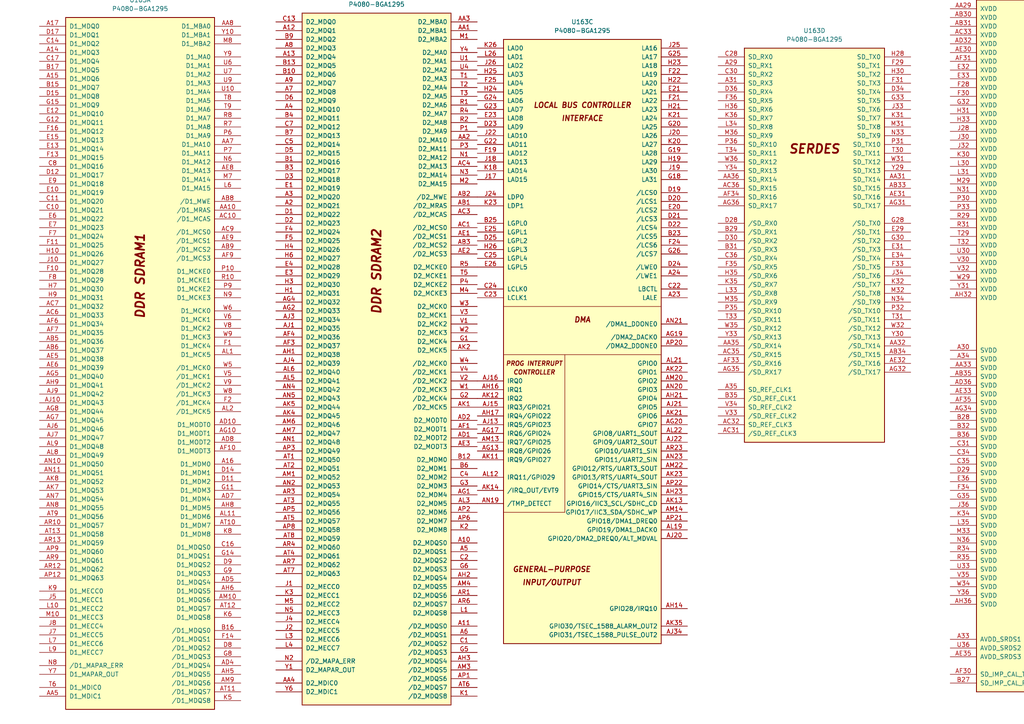
<source format=kicad_sch>
(kicad_sch (version 20250114) (generator "eeschema") (generator_version "9.0")
  (paper "A4")
  (lib_symbols
    (symbol "CPU:P4080-BGA1295" (pin_names (offset 1.016))
      (property "Reference" "U" (at 1.27 19.05 0))
      (property "Value" "P4080-BGA1295" (at 1.27 16.51 0))
      (symbol "P4080-BGA1295_1_1"
        (text "DDR SDRAM1" (at 1.27 26.67 900) (effects (font (size 2.54 2.54) (bold yes) (italic yes))))
        (pin bidirectional line (at -27.94 99.06 0) (length 7.62) (name "D1_MDQ0") (number "A17"))
        (pin bidirectional line (at -27.94 96.52 0) (length 7.62) (name "D1_MDQ1") (number "D17"))
        (pin bidirectional line (at -27.94 93.98 0) (length 7.62) (name "D1_MDQ2") (number "C14"))
        (pin bidirectional line (at -27.94 91.44 0) (length 7.62) (name "D1_MDQ3") (number "A14"))
        (pin bidirectional line (at -27.94 88.9 0) (length 7.62) (name "D1_MDQ4") (number "C17"))
        (pin bidirectional line (at -27.94 86.36 0) (length 7.62) (name "D1_MDQ5") (number "B17"))
        (pin bidirectional line (at -27.94 83.82 0) (length 7.62) (name "D1_MDQ6") (number "A15"))
        (pin bidirectional line (at -27.94 81.28 0) (length 7.62) (name "D1_MDQ7") (number "B15"))
        (pin bidirectional line (at -27.94 78.74 0) (length 7.62) (name "D1_MDQ8") (number "D15"))
        (pin bidirectional line (at -27.94 76.2 0) (length 7.62) (name "D1_MDQ9") (number "G15"))
        (pin bidirectional line (at -27.94 73.66 0) (length 7.62) (name "D1_MDQ10") (number "E12"))
        (pin bidirectional line (at -27.94 71.12 0) (length 7.62) (name "D1_MDQ11") (number "G12"))
        (pin bidirectional line (at -27.94 68.58 0) (length 7.62) (name "D1_MDQ12") (number "F16"))
        (pin bidirectional line (at -27.94 66.04 0) (length 7.62) (name "D1_MDQ13") (number "E15"))
        (pin bidirectional line (at -27.94 63.5 0) (length 7.62) (name "D1_MDQ14") (number "E13"))
        (pin bidirectional line (at -27.94 60.96 0) (length 7.62) (name "D1_MDQ15") (number "F13"))
        (pin bidirectional line (at -27.94 58.42 0) (length 7.62) (name "D1_MDQ16") (number "C8"))
        (pin bidirectional line (at -27.94 55.88 0) (length 7.62) (name "D1_MDQ17") (number "D12"))
        (pin bidirectional line (at -27.94 53.34 0) (length 7.62) (name "D1_MDQ18") (number "E9"))
        (pin bidirectional line (at -27.94 50.8 0) (length 7.62) (name "D1_MDQ19") (number "E10"))
        (pin bidirectional line (at -27.94 48.26 0) (length 7.62) (name "D1_MDQ20") (number "C11"))
        (pin bidirectional line (at -27.94 45.72 0) (length 7.62) (name "D1_MDQ21") (number "C10"))
        (pin bidirectional line (at -27.94 43.18 0) (length 7.62) (name "D1_MDQ22") (number "E6"))
        (pin bidirectional line (at -27.94 40.64 0) (length 7.62) (name "D1_MDQ23") (number "E7"))
        (pin bidirectional line (at -27.94 38.1 0) (length 7.62) (name "D1_MDQ24") (number "F7"))
        (pin bidirectional line (at -27.94 35.56 0) (length 7.62) (name "D1_MDQ25") (number "F11"))
        (pin bidirectional line (at -27.94 33.02 0) (length 7.62) (name "D1_MDQ26") (number "H10"))
        (pin bidirectional line (at -27.94 30.48 0) (length 7.62) (name "D1_MDQ27") (number "J10"))
        (pin bidirectional line (at -27.94 27.94 0) (length 7.62) (name "D1_MDQ28") (number "F10"))
        (pin bidirectional line (at -27.94 25.4 0) (length 7.62) (name "D1_MDQ29") (number "F8"))
        (pin bidirectional line (at -27.94 22.86 0) (length 7.62) (name "D1_MDQ30") (number "H7"))
        (pin bidirectional line (at -27.94 20.32 0) (length 7.62) (name "D1_MDQ31") (number "H9"))
        (pin bidirectional line (at -27.94 17.78 0) (length 7.62) (name "D1_MDQ32") (number "AC7"))
        (pin bidirectional line (at -27.94 15.24 0) (length 7.62) (name "D1_MDQ33") (number "AC6"))
        (pin bidirectional line (at -27.94 12.7 0) (length 7.62) (name "D1_MDQ34") (number "AF6"))
        (pin bidirectional line (at -27.94 10.16 0) (length 7.62) (name "D1_MDQ35") (number "AF7"))
        (pin bidirectional line (at -27.94 7.62 0) (length 7.62) (name "D1_MDQ36") (number "AB5"))
        (pin bidirectional line (at -27.94 5.08 0) (length 7.62) (name "D1_MDQ37") (number "AB6"))
        (pin bidirectional line (at -27.94 2.54 0) (length 7.62) (name "D1_MDQ38") (number "AE5"))
        (pin bidirectional line (at -27.94 0 0) (length 7.62) (name "D1_MDQ39") (number "AE6"))
        (pin bidirectional line (at -27.94 -2.54 0) (length 7.62) (name "D1_MDQ40") (number "AG5"))
        (pin bidirectional line (at -27.94 -5.08 0) (length 7.62) (name "D1_MDQ41") (number "AH9"))
        (pin bidirectional line (at -27.94 -7.62 0) (length 7.62) (name "D1_MDQ42") (number "AJ9"))
        (pin bidirectional line (at -27.94 -10.16 0) (length 7.62) (name "D1_MDQ43") (number "AJ10"))
        (pin bidirectional line (at -27.94 -12.7 0) (length 7.62) (name "D1_MDQ44") (number "AG8"))
        (pin bidirectional line (at -27.94 -15.24 0) (length 7.62) (name "D1_MDQ45") (number "AG7"))
        (pin bidirectional line (at -27.94 -17.78 0) (length 7.62) (name "D1_MDQ46") (number "AJ6"))
        (pin bidirectional line (at -27.94 -20.32 0) (length 7.62) (name "D1_MDQ47") (number "AJ7"))
        (pin bidirectional line (at -27.94 -22.86 0) (length 7.62) (name "D1_MDQ48") (number "AL9"))
        (pin bidirectional line (at -27.94 -25.4 0) (length 7.62) (name "D1_MDQ49") (number "AL8"))
        (pin bidirectional line (at -27.94 -27.94 0) (length 7.62) (name "D1_MDQ50") (number "AN10"))
        (pin bidirectional line (at -27.94 -30.48 0) (length 7.62) (name "D1_MDQ51") (number "AN11"))
        (pin bidirectional line (at -27.94 -33.02 0) (length 7.62) (name "D1_MDQ52") (number "AK8"))
        (pin bidirectional line (at -27.94 -35.56 0) (length 7.62) (name "D1_MDQ53") (number "AK7"))
        (pin bidirectional line (at -27.94 -38.1 0) (length 7.62) (name "D1_MDQ54") (number "AN7"))
        (pin bidirectional line (at -27.94 -40.64 0) (length 7.62) (name "D1_MDQ55") (number "AN8"))
        (pin bidirectional line (at -27.94 -43.18 0) (length 7.62) (name "D1_MDQ56") (number "AT9"))
        (pin bidirectional line (at -27.94 -45.72 0) (length 7.62) (name "D1_MDQ57") (number "AR10"))
        (pin bidirectional line (at -27.94 -48.26 0) (length 7.62) (name "D1_MDQ58") (number "AT13"))
        (pin bidirectional line (at -27.94 -50.8 0) (length 7.62) (name "D1_MDQ59") (number "AR13"))
        (pin bidirectional line (at -27.94 -53.34 0) (length 7.62) (name "D1_MDQ60") (number "AP9"))
        (pin bidirectional line (at -27.94 -55.88 0) (length 7.62) (name "D1_MDQ61") (number "AR9"))
        (pin bidirectional line (at -27.94 -58.42 0) (length 7.62) (name "D1_MDQ62") (number "AR12"))
        (pin bidirectional line (at -27.94 -60.96 0) (length 7.62) (name "D1_MDQ63") (number "AP12"))
        (pin bidirectional line (at -27.94 -64.77 0) (length 7.62) (name "D1_MECC0") (number "K9"))
        (pin bidirectional line (at -27.94 -67.31 0) (length 7.62) (name "D1_MECC1") (number "J5"))
        (pin bidirectional line (at -27.94 -69.85 0) (length 7.62) (name "D1_MECC2") (number "L10"))
        (pin bidirectional line (at -27.94 -72.39 0) (length 7.62) (name "D1_MECC3") (number "M10"))
        (pin bidirectional line (at -27.94 -74.93 0) (length 7.62) (name "D1_MECC4") (number "J8"))
        (pin bidirectional line (at -27.94 -77.47 0) (length 7.62) (name "D1_MECC5") (number "J7"))
        (pin bidirectional line (at -27.94 -80.01 0) (length 7.62) (name "D1_MECC6") (number "L7"))
        (pin bidirectional line (at -27.94 -82.55 0) (length 7.62) (name "D1_MECC7") (number "L9"))
        (pin input line (at -27.94 -86.36 0) (length 7.62) (name "/D1_MAPAR_ERR") (number "N8"))
        (pin output line (at -27.94 -88.9 0) (length 7.62) (name "D1_MAPAR_OUT") (number "Y7"))
        (pin bidirectional line (at -27.94 -92.71 0) (length 7.62) (name "D1_MDIC0") (number "T6"))
        (pin bidirectional line (at -27.94 -95.25 0) (length 7.62) (name "D1_MDIC1") (number "AA5"))
        (pin output line (at 30.48 99.06 180) (length 7.62) (name "D1_MBA0") (number "AA8"))
        (pin output line (at 30.48 96.52 180) (length 7.62) (name "D1_MBA1") (number "Y10"))
        (pin output line (at 30.48 93.98 180) (length 7.62) (name "D1_MBA2") (number "M8"))
        (pin output line (at 30.48 90.17 180) (length 7.62) (name "D1_MA0") (number "Y9"))
        (pin output line (at 30.48 87.63 180) (length 7.62) (name "D1_MA1") (number "U6"))
        (pin output line (at 30.48 85.09 180) (length 7.62) (name "D1_MA2") (number "U7"))
        (pin output line (at 30.48 82.55 180) (length 7.62) (name "D1_MA3") (number "U9"))
        (pin output line (at 30.48 80.01 180) (length 7.62) (name "D1_MA4") (number "U10"))
        (pin output line (at 30.48 77.47 180) (length 7.62) (name "D1_MA5") (number "T8"))
        (pin output line (at 30.48 74.93 180) (length 7.62) (name "D1_MA6") (number "T9"))
        (pin output line (at 30.48 72.39 180) (length 7.62) (name "D1_MA7") (number "R8"))
        (pin output line (at 30.48 69.85 180) (length 7.62) (name "D1_MA8") (number "R7"))
        (pin output line (at 30.48 67.31 180) (length 7.62) (name "D1_MA9") (number "P6"))
        (pin output line (at 30.48 64.77 180) (length 7.62) (name "D1_MA10") (number "AA7"))
        (pin output line (at 30.48 62.23 180) (length 7.62) (name "D1_MA11") (number "P7"))
        (pin output line (at 30.48 59.69 180) (length 7.62) (name "D1_MA12") (number "N6"))
        (pin output line (at 30.48 57.15 180) (length 7.62) (name "D1_MA13") (number "AE8"))
        (pin output line (at 30.48 54.61 180) (length 7.62) (name "D1_MA14") (number "M7"))
        (pin output line (at 30.48 52.07 180) (length 7.62) (name "D1_MA15") (number "L6"))
        (pin output line (at 30.48 48.26 180) (length 7.62) (name "/D1_MWE") (number "AB8"))
        (pin output line (at 30.48 45.72 180) (length 7.62) (name "/D1_MRAS") (number "AA10"))
        (pin output line (at 30.48 43.18 180) (length 7.62) (name "/D1_MCAS") (number "AC10"))
        (pin output line (at 30.48 39.37 180) (length 7.62) (name "/D1_MCS0") (number "AC9"))
        (pin output line (at 30.48 36.83 180) (length 7.62) (name "/D1_MCS1") (number "AE9"))
        (pin output line (at 30.48 34.29 180) (length 7.62) (name "/D1_MCS2") (number "AB9"))
        (pin output line (at 30.48 31.75 180) (length 7.62) (name "/D1_MCS3") (number "AF9"))
        (pin output line (at 30.48 27.94 180) (length 7.62) (name "D1_MCKE0") (number "P10"))
        (pin output line (at 30.48 25.4 180) (length 7.62) (name "D1_MCKE1") (number "R10"))
        (pin output line (at 30.48 22.86 180) (length 7.62) (name "D1_MCKE2") (number "P9"))
        (pin output line (at 30.48 20.32 180) (length 7.62) (name "D1_MCKE3") (number "N9"))
        (pin output line (at 30.48 16.51 180) (length 7.62) (name "D1_MCK0") (number "W6"))
        (pin output line (at 30.48 13.97 180) (length 7.62) (name "D1_MCK1") (number "V6"))
        (pin output line (at 30.48 11.43 180) (length 7.62) (name "D1_MCK2") (number "V8"))
        (pin output line (at 30.48 8.89 180) (length 7.62) (name "D1_MCK3") (number "W9"))
        (pin output line (at 30.48 6.35 180) (length 7.62) (name "D1_MCK4") (number "F1"))
        (pin output line (at 30.48 3.81 180) (length 7.62) (name "D1_MCK5") (number "AL1"))
        (pin output line (at 30.48 0 180) (length 7.62) (name "/D1_MCK0") (number "W5"))
        (pin output line (at 30.48 -2.54 180) (length 7.62) (name "/D1_MCK1") (number "V5"))
        (pin output line (at 30.48 -5.08 180) (length 7.62) (name "/D1_MCK2") (number "V9"))
        (pin output line (at 30.48 -7.62 180) (length 7.62) (name "/D1_MCK3") (number "W8"))
        (pin output line (at 30.48 -10.16 180) (length 7.62) (name "/D1_MCK4") (number "F2"))
        (pin output line (at 30.48 -12.7 180) (length 7.62) (name "/D1_MCK5") (number "AL2"))
        (pin output line (at 30.48 -16.51 180) (length 7.62) (name "D1_MODT0") (number "AD10"))
        (pin output line (at 30.48 -19.05 180) (length 7.62) (name "D1_MODT1") (number "AG10"))
        (pin output line (at 30.48 -21.59 180) (length 7.62) (name "D1_MODT2") (number "AD8"))
        (pin output line (at 30.48 -24.13 180) (length 7.62) (name "D1_MODT3") (number "AF10"))
        (pin output line (at 30.48 -27.94 180) (length 7.62) (name "D1_MDM0") (number "A16"))
        (pin output line (at 30.48 -30.48 180) (length 7.62) (name "D1_MDM1") (number "D14"))
        (pin output line (at 30.48 -33.02 180) (length 7.62) (name "D1_MDM2") (number "D11"))
        (pin output line (at 30.48 -35.56 180) (length 7.62) (name "D1_MDM3") (number "G11"))
        (pin output line (at 30.48 -38.1 180) (length 7.62) (name "D1_MDM4") (number "AD7"))
        (pin output line (at 30.48 -40.64 180) (length 7.62) (name "D1_MDM5") (number "AH8"))
        (pin output line (at 30.48 -43.18 180) (length 7.62) (name "D1_MDM6") (number "AL11"))
        (pin output line (at 30.48 -45.72 180) (length 7.62) (name "D1_MDM7") (number "AT10"))
        (pin output line (at 30.48 -48.26 180) (length 7.62) (name "D1_MDM8") (number "K8"))
        (pin bidirectional line (at 30.48 -52.07 180) (length 7.62) (name "D1_MDQS0") (number "C16"))
        (pin bidirectional line (at 30.48 -54.61 180) (length 7.62) (name "D1_MDQS1") (number "G14"))
        (pin bidirectional line (at 30.48 -57.15 180) (length 7.62) (name "D1_MDQS2") (number "D9"))
        (pin bidirectional line (at 30.48 -59.69 180) (length 7.62) (name "D1_MDQS3") (number "G9"))
        (pin bidirectional line (at 30.48 -62.23 180) (length 7.62) (name "D1_MDQS4") (number "AD5"))
        (pin bidirectional line (at 30.48 -64.77 180) (length 7.62) (name "D1_MDQS5") (number "AH6"))
        (pin bidirectional line (at 30.48 -67.31 180) (length 7.62) (name "D1_MDQS6") (number "AM10"))
        (pin bidirectional line (at 30.48 -69.85 180) (length 7.62) (name "D1_MDQS7") (number "AT12"))
        (pin bidirectional line (at 30.48 -72.39 180) (length 7.62) (name "D1_MDQS8") (number "K6"))
        (pin bidirectional line (at 30.48 -76.2 180) (length 7.62) (name "/D1_MDQS0") (number "B16"))
        (pin bidirectional line (at 30.48 -78.74 180) (length 7.62) (name "/D1_MDQS1") (number "F14"))
        (pin bidirectional line (at 30.48 -81.28 180) (length 7.62) (name "/D1_MDQS2") (number "D8"))
        (pin bidirectional line (at 30.48 -83.82 180) (length 7.62) (name "/D1_MDQS3") (number "G8"))
        (pin bidirectional line (at 30.48 -86.36 180) (length 7.62) (name "/D1_MDQS4") (number "AD4"))
        (pin bidirectional line (at 30.48 -88.9 180) (length 7.62) (name "/D1_MDQS5") (number "AH5"))
        (pin bidirectional line (at 30.48 -91.44 180) (length 7.62) (name "/D1_MDQS6") (number "AM9"))
        (pin bidirectional line (at 30.48 -93.98 180) (length 7.62) (name "/D1_MDQS7") (number "AT11"))
        (pin bidirectional line (at 30.48 -96.52 180) (length 7.62) (name "/D1_MDQS8") (number "K5"))
      )
      (symbol "P4080-BGA1295_2_1"
        (text "DDR SDRAM2" (at 1.27 26.67 900) (effects (font (size 2.54 2.54) (bold yes) (italic yes))))
        (pin bidirectional line (at -27.94 99.06 0) (length 7.62) (name "D2_MDQ0") (number "C13"))
        (pin bidirectional line (at -27.94 96.52 0) (length 7.62) (name "D2_MDQ1") (number "A12"))
        (pin bidirectional line (at -27.94 93.98 0) (length 7.62) (name "D2_MDQ2") (number "B9"))
        (pin bidirectional line (at -27.94 91.44 0) (length 7.62) (name "D2_MDQ3") (number "A8"))
        (pin bidirectional line (at -27.94 88.9 0) (length 7.62) (name "D2_MDQ4") (number "A13"))
        (pin bidirectional line (at -27.94 86.36 0) (length 7.62) (name "D2_MDQ5") (number "B13"))
        (pin bidirectional line (at -27.94 83.82 0) (length 7.62) (name "D2_MDQ6") (number "B10"))
        (pin bidirectional line (at -27.94 81.28 0) (length 7.62) (name "D2_MDQ7") (number "A9"))
        (pin bidirectional line (at -27.94 78.74 0) (length 7.62) (name "D2_MDQ8") (number "A7"))
        (pin bidirectional line (at -27.94 76.2 0) (length 7.62) (name "D2_MDQ9") (number "D6"))
        (pin bidirectional line (at -27.94 73.66 0) (length 7.62) (name "D2_MDQ10") (number "A4"))
        (pin bidirectional line (at -27.94 71.12 0) (length 7.62) (name "D2_MDQ11") (number "B4"))
        (pin bidirectional line (at -27.94 68.58 0) (length 7.62) (name "D2_MDQ12") (number "C7"))
        (pin bidirectional line (at -27.94 66.04 0) (length 7.62) (name "D2_MDQ13") (number "B7"))
        (pin bidirectional line (at -27.94 63.5 0) (length 7.62) (name "D2_MDQ14") (number "C5"))
        (pin bidirectional line (at -27.94 60.96 0) (length 7.62) (name "D2_MDQ15") (number "D5"))
        (pin bidirectional line (at -27.94 58.42 0) (length 7.62) (name "D2_MDQ16") (number "B1"))
        (pin bidirectional line (at -27.94 55.88 0) (length 7.62) (name "D2_MDQ17") (number "B3"))
        (pin bidirectional line (at -27.94 53.34 0) (length 7.62) (name "D2_MDQ18") (number "D3"))
        (pin bidirectional line (at -27.94 50.8 0) (length 7.62) (name "D2_MDQ19") (number "E1"))
        (pin bidirectional line (at -27.94 48.26 0) (length 7.62) (name "D2_MDQ20") (number "A3"))
        (pin bidirectional line (at -27.94 45.72 0) (length 7.62) (name "D2_MDQ21") (number "A2"))
        (pin bidirectional line (at -27.94 43.18 0) (length 7.62) (name "D2_MDQ22") (number "D1"))
        (pin bidirectional line (at -27.94 40.64 0) (length 7.62) (name "D2_MDQ23") (number "D2"))
        (pin bidirectional line (at -27.94 38.1 0) (length 7.62) (name "D2_MDQ24") (number "F4"))
        (pin bidirectional line (at -27.94 35.56 0) (length 7.62) (name "D2_MDQ25") (number "F5"))
        (pin bidirectional line (at -27.94 33.02 0) (length 7.62) (name "D2_MDQ26") (number "H4"))
        (pin bidirectional line (at -27.94 30.48 0) (length 7.62) (name "D2_MDQ27") (number "H6"))
        (pin bidirectional line (at -27.94 27.94 0) (length 7.62) (name "D2_MDQ28") (number "E4"))
        (pin bidirectional line (at -27.94 25.4 0) (length 7.62) (name "D2_MDQ29") (number "E3"))
        (pin bidirectional line (at -27.94 22.86 0) (length 7.62) (name "D2_MDQ30") (number "H3"))
        (pin bidirectional line (at -27.94 20.32 0) (length 7.62) (name "D2_MDQ31") (number "H1"))
        (pin bidirectional line (at -27.94 17.78 0) (length 7.62) (name "D2_MDQ32") (number "AG4"))
        (pin bidirectional line (at -27.94 15.24 0) (length 7.62) (name "D2_MDQ33") (number "AG2"))
        (pin bidirectional line (at -27.94 12.7 0) (length 7.62) (name "D2_MDQ34") (number "AJ3"))
        (pin bidirectional line (at -27.94 10.16 0) (length 7.62) (name "D2_MDQ35") (number "AJ1"))
        (pin bidirectional line (at -27.94 7.62 0) (length 7.62) (name "D2_MDQ36") (number "AF4"))
        (pin bidirectional line (at -27.94 5.08 0) (length 7.62) (name "D2_MDQ37") (number "AF3"))
        (pin bidirectional line (at -27.94 2.54 0) (length 7.62) (name "D2_MDQ38") (number "AH1"))
        (pin bidirectional line (at -27.94 0 0) (length 7.62) (name "D2_MDQ39") (number "AJ4"))
        (pin bidirectional line (at -27.94 -2.54 0) (length 7.62) (name "D2_MDQ40") (number "AL6"))
        (pin bidirectional line (at -27.94 -5.08 0) (length 7.62) (name "D2_MDQ41") (number "AL5"))
        (pin bidirectional line (at -27.94 -7.62 0) (length 7.62) (name "D2_MDQ42") (number "AN4"))
        (pin bidirectional line (at -27.94 -10.16 0) (length 7.62) (name "D2_MDQ43") (number "AN5"))
        (pin bidirectional line (at -27.94 -12.7 0) (length 7.62) (name "D2_MDQ44") (number "AK5"))
        (pin bidirectional line (at -27.94 -15.24 0) (length 7.62) (name "D2_MDQ45") (number "AK4"))
        (pin bidirectional line (at -27.94 -17.78 0) (length 7.62) (name "D2_MDQ46") (number "AM6"))
        (pin bidirectional line (at -27.94 -20.32 0) (length 7.62) (name "D2_MDQ47") (number "AM7"))
        (pin bidirectional line (at -27.94 -22.86 0) (length 7.62) (name "D2_MDQ48") (number "AN1"))
        (pin bidirectional line (at -27.94 -25.4 0) (length 7.62) (name "D2_MDQ49") (number "AP3"))
        (pin bidirectional line (at -27.94 -27.94 0) (length 7.62) (name "D2_MDQ50") (number "AT1"))
        (pin bidirectional line (at -27.94 -30.48 0) (length 7.62) (name "D2_MDQ51") (number "AT2"))
        (pin bidirectional line (at -27.94 -33.02 0) (length 7.62) (name "D2_MDQ52") (number "AM1"))
        (pin bidirectional line (at -27.94 -35.56 0) (length 7.62) (name "D2_MDQ53") (number "AN2"))
        (pin bidirectional line (at -27.94 -38.1 0) (length 7.62) (name "D2_MDQ54") (number "AR3"))
        (pin bidirectional line (at -27.94 -40.64 0) (length 7.62) (name "D2_MDQ55") (number "AT3"))
        (pin bidirectional line (at -27.94 -43.18 0) (length 7.62) (name "D2_MDQ56") (number "AP5"))
        (pin bidirectional line (at -27.94 -45.72 0) (length 7.62) (name "D2_MDQ57") (number "AT5"))
        (pin bidirectional line (at -27.94 -48.26 0) (length 7.62) (name "D2_MDQ58") (number "AP8"))
        (pin bidirectional line (at -27.94 -50.8 0) (length 7.62) (name "D2_MDQ59") (number "AT8"))
        (pin bidirectional line (at -27.94 -53.34 0) (length 7.62) (name "D2_MDQ60") (number "AR4"))
        (pin bidirectional line (at -27.94 -55.88 0) (length 7.62) (name "D2_MDQ61") (number "AT4"))
        (pin bidirectional line (at -27.94 -58.42 0) (length 7.62) (name "D2_MDQ62") (number "AR7"))
        (pin bidirectional line (at -27.94 -60.96 0) (length 7.62) (name "D2_MDQ63") (number "AT7"))
        (pin bidirectional line (at -27.94 -64.77 0) (length 7.62) (name "D2_MECC0") (number "J1"))
        (pin bidirectional line (at -27.94 -67.31 0) (length 7.62) (name "D2_MECC1") (number "K3"))
        (pin bidirectional line (at -27.94 -69.85 0) (length 7.62) (name "D2_MECC2") (number "M5"))
        (pin bidirectional line (at -27.94 -72.39 0) (length 7.62) (name "D2_MECC3") (number "N5"))
        (pin bidirectional line (at -27.94 -74.93 0) (length 7.62) (name "D2_MECC4") (number "J4"))
        (pin bidirectional line (at -27.94 -77.47 0) (length 7.62) (name "D2_MECC5") (number "J2"))
        (pin bidirectional line (at -27.94 -80.01 0) (length 7.62) (name "D2_MECC6") (number "L3"))
        (pin bidirectional line (at -27.94 -82.55 0) (length 7.62) (name "D2_MECC7") (number "L4"))
        (pin input line (at -27.94 -86.36 0) (length 7.62) (name "/D2_MAPA_ERR") (number "N2"))
        (pin output line (at -27.94 -88.9 0) (length 7.62) (name "D2_MAPAR_OUT") (number "Y1"))
        (pin bidirectional line (at -27.94 -92.71 0) (length 7.62) (name "D2_MDIC0") (number "AA4"))
        (pin bidirectional line (at -27.94 -95.25 0) (length 7.62) (name "D2_MDIC1") (number "Y6"))
        (pin output line (at 30.48 99.06 180) (length 7.62) (name "D2_MBA0") (number "AA3"))
        (pin output line (at 30.48 96.52 180) (length 7.62) (name "D2_MBA1") (number "AA1"))
        (pin output line (at 30.48 93.98 180) (length 7.62) (name "D2_MBA2") (number "M1"))
        (pin output line (at 30.48 90.17 180) (length 7.62) (name "D2_MA0") (number "Y4"))
        (pin output line (at 30.48 87.63 180) (length 7.62) (name "D2_MA1") (number "U1"))
        (pin output line (at 30.48 85.09 180) (length 7.62) (name "D2_MA2") (number "U4"))
        (pin output line (at 30.48 82.55 180) (length 7.62) (name "D2_MA3") (number "T1"))
        (pin output line (at 30.48 80.01 180) (length 7.62) (name "D2_MA4") (number "T2"))
        (pin output line (at 30.48 77.47 180) (length 7.62) (name "D2_MA5") (number "T3"))
        (pin output line (at 30.48 74.93 180) (length 7.62) (name "D2_MA6") (number "R1"))
        (pin output line (at 30.48 72.39 180) (length 7.62) (name "D2_MA7") (number "R4"))
        (pin output line (at 30.48 69.85 180) (length 7.62) (name "D2_MA8") (number "R2"))
        (pin output line (at 30.48 67.31 180) (length 7.62) (name "D2_MA9") (number "P1"))
        (pin output line (at 30.48 64.77 180) (length 7.62) (name "D2_MA10") (number "AA2"))
        (pin output line (at 30.48 62.23 180) (length 7.62) (name "D2_MA11") (number "P3"))
        (pin output line (at 30.48 59.69 180) (length 7.62) (name "D2_MA12") (number "N1"))
        (pin output line (at 30.48 57.15 180) (length 7.62) (name "D2_MA13") (number "AC4"))
        (pin output line (at 30.48 54.61 180) (length 7.62) (name "D2_MA14") (number "N3"))
        (pin output line (at 30.48 52.07 180) (length 7.62) (name "D2_MA15") (number "M2"))
        (pin output line (at 30.48 48.26 180) (length 7.62) (name "/D2_MWE") (number "AB2"))
        (pin output line (at 30.48 45.72 180) (length 7.62) (name "/D2_MRAS") (number "AB1"))
        (pin output line (at 30.48 43.18 180) (length 7.62) (name "/D2_MCAS") (number "AC3"))
        (pin output line (at 30.48 39.37 180) (length 7.62) (name "/D2_MCS0") (number "AC1"))
        (pin output line (at 30.48 36.83 180) (length 7.62) (name "/D2_MCS1") (number "AE1"))
        (pin output line (at 30.48 34.29 180) (length 7.62) (name "/D2_MCS2") (number "AB3"))
        (pin output line (at 30.48 31.75 180) (length 7.62) (name "/D2_MCS3") (number "AE2"))
        (pin output line (at 30.48 27.94 180) (length 7.62) (name "D2_MCKE0") (number "R5"))
        (pin output line (at 30.48 25.4 180) (length 7.62) (name "D2_MCKE1") (number "T5"))
        (pin output line (at 30.48 22.86 180) (length 7.62) (name "D2_MCKE2") (number "P4"))
        (pin output line (at 30.48 20.32 180) (length 7.62) (name "D2_MCKE3") (number "M4"))
        (pin output line (at 30.48 16.51 180) (length 7.62) (name "D2_MCK0") (number "W3"))
        (pin output line (at 30.48 13.97 180) (length 7.62) (name "D2_MCK1") (number "V3"))
        (pin output line (at 30.48 11.43 180) (length 7.62) (name "D2_MCK2") (number "V1"))
        (pin output line (at 30.48 8.89 180) (length 7.62) (name "D2_MCK3") (number "W2"))
        (pin output line (at 30.48 6.35 180) (length 7.62) (name "D2_MCK4") (number "G1"))
        (pin output line (at 30.48 3.81 180) (length 7.62) (name "D2_MCK5") (number "AK2"))
        (pin output line (at 30.48 0 180) (length 7.62) (name "/D2_MCK0") (number "W4"))
        (pin output line (at 30.48 -2.54 180) (length 7.62) (name "/D2_MCK1") (number "V4"))
        (pin output line (at 30.48 -5.08 180) (length 7.62) (name "/D2_MCK2") (number "V2"))
        (pin output line (at 30.48 -7.62 180) (length 7.62) (name "/D2_MCK3") (number "W1"))
        (pin output line (at 30.48 -10.16 180) (length 7.62) (name "/D2_MCK4") (number "G2"))
        (pin output line (at 30.48 -12.7 180) (length 7.62) (name "/D2_MCK5") (number "AK1"))
        (pin output line (at 30.48 -16.51 180) (length 7.62) (name "D2_MODT0") (number "AD2"))
        (pin output line (at 30.48 -19.05 180) (length 7.62) (name "D2_MODT1") (number "AF1"))
        (pin output line (at 30.48 -21.59 180) (length 7.62) (name "D2_MODT2") (number "AD1"))
        (pin output line (at 30.48 -24.13 180) (length 7.62) (name "D2_MODT3") (number "AE3"))
        (pin output line (at 30.48 -27.94 180) (length 7.62) (name "D2_MDM0") (number "B12"))
        (pin output line (at 30.48 -30.48 180) (length 7.62) (name "D2_MDM1") (number "B6"))
        (pin output line (at 30.48 -33.02 180) (length 7.62) (name "D2_MDM2") (number "C4"))
        (pin output line (at 30.48 -35.56 180) (length 7.62) (name "D2_MDM3") (number "G3"))
        (pin output line (at 30.48 -38.1 180) (length 7.62) (name "D2_MDM4") (number "AG1"))
        (pin output line (at 30.48 -40.64 180) (length 7.62) (name "D2_MDM5") (number "AL3"))
        (pin output line (at 30.48 -43.18 180) (length 7.62) (name "D2_MDM6") (number "AP2"))
        (pin output line (at 30.48 -45.72 180) (length 7.62) (name "D2_MDM7") (number "AP6"))
        (pin output line (at 30.48 -48.26 180) (length 7.62) (name "D2_MDM8") (number "K2"))
        (pin bidirectional line (at 30.48 -52.07 180) (length 7.62) (name "D2_MDQS0") (number "A10"))
        (pin bidirectional line (at 30.48 -54.61 180) (length 7.62) (name "D2_MDQS1") (number "A5"))
        (pin bidirectional line (at 30.48 -57.15 180) (length 7.62) (name "D2_MDQS2") (number "C2"))
        (pin bidirectional line (at 30.48 -59.69 180) (length 7.62) (name "D2_MDQS3") (number "G6"))
        (pin bidirectional line (at 30.48 -62.23 180) (length 7.62) (name "D2_MDQS4") (number "AH2"))
        (pin bidirectional line (at 30.48 -64.77 180) (length 7.62) (name "D2_MDQS5") (number "AM4"))
        (pin bidirectional line (at 30.48 -67.31 180) (length 7.62) (name "D2_MDQS6") (number "AR1"))
        (pin bidirectional line (at 30.48 -69.85 180) (length 7.62) (name "D2_MDQS7") (number "AR6"))
        (pin bidirectional line (at 30.48 -72.39 180) (length 7.62) (name "D2_MDQS8") (number "L1"))
        (pin bidirectional line (at 30.48 -76.2 180) (length 7.62) (name "/D2_MDQS0") (number "A11"))
        (pin bidirectional line (at 30.48 -78.74 180) (length 7.62) (name "/D2_MDQS1") (number "A6"))
        (pin bidirectional line (at 30.48 -81.28 180) (length 7.62) (name "/D2_MDQS2") (number "C1"))
        (pin bidirectional line (at 30.48 -83.82 180) (length 7.62) (name "/D2_MDQS3") (number "G5"))
        (pin bidirectional line (at 30.48 -86.36 180) (length 7.62) (name "/D2_MDQS4") (number "AH3"))
        (pin bidirectional line (at 30.48 -88.9 180) (length 7.62) (name "/D2_MDQS5") (number "AM3"))
        (pin bidirectional line (at 30.48 -91.44 180) (length 7.62) (name "/D2_MDQS6") (number "AP1"))
        (pin bidirectional line (at 30.48 -93.98 180) (length 7.62) (name "/D2_MDQS7") (number "AT6"))
        (pin bidirectional line (at 30.48 -96.52 180) (length 7.62) (name "/D2_MDQS8") (number "K1"))
      )
      (symbol "P4080-BGA1295_3_1"
        (text "PROG INTERRUPT" (at -13.97 -5.08 0) (effects (font (size 1.27 1.27) (bold yes) (italic yes))))
        (text "CONTROLLER" (at -13.97 -7.62 0) (effects (font (size 1.27 1.27) (bold yes) (italic yes))))
        (text "GENERAL-PURPOSE" (at -8.89 -64.77 0) (effects (font (size 1.524 1.524) (bold yes) (italic yes))))
        (text "INPUT/OUTPUT" (at -8.89 -68.58 0) (effects (font (size 1.524 1.524) (bold yes) (italic yes))))
        (text "LOCAL BUS CONTROLLER" (at 0 69.85 0) (effects (font (size 1.524 1.524) (bold yes) (italic yes))))
        (text "INTERFACE" (at 0 66.04 0) (effects (font (size 1.524 1.524) (bold yes) (italic yes))))
        (text "DMA" (at 0 7.62 0) (effects (font (size 1.524 1.524) (bold yes) (italic yes))))
        (pin bidirectional line (at -30.48 86.36 0) (length 7.62) (name "LAD0") (number "K26"))
        (pin bidirectional line (at -30.48 83.82 0) (length 7.62) (name "LAD1") (number "L26"))
        (pin bidirectional line (at -30.48 81.28 0) (length 7.62) (name "LAD2") (number "J26"))
        (pin bidirectional line (at -30.48 78.74 0) (length 7.62) (name "LAD3") (number "H25"))
        (pin bidirectional line (at -30.48 76.2 0) (length 7.62) (name "LAD4") (number "F25"))
        (pin bidirectional line (at -30.48 73.66 0) (length 7.62) (name "LAD5") (number "H24"))
        (pin bidirectional line (at -30.48 71.12 0) (length 7.62) (name "LAD6") (number "G24"))
        (pin bidirectional line (at -30.48 68.58 0) (length 7.62) (name "LAD7") (number "G23"))
        (pin bidirectional line (at -30.48 66.04 0) (length 7.62) (name "LAD8") (number "E23"))
        (pin bidirectional line (at -30.48 63.5 0) (length 7.62) (name "LAD9") (number "D23"))
        (pin bidirectional line (at -30.48 60.96 0) (length 7.62) (name "LAD10") (number "J22"))
        (pin bidirectional line (at -30.48 58.42 0) (length 7.62) (name "LAD11") (number "G22"))
        (pin bidirectional line (at -30.48 55.88 0) (length 7.62) (name "LAD12") (number "F19"))
        (pin bidirectional line (at -30.48 53.34 0) (length 7.62) (name "LAD13") (number "J18"))
        (pin bidirectional line (at -30.48 50.8 0) (length 7.62) (name "LAD14") (number "K18"))
        (pin bidirectional line (at -30.48 48.26 0) (length 7.62) (name "LAD15") (number "J17"))
        (pin bidirectional line (at -30.48 43.18 0) (length 7.62) (name "LDP0") (number "J24"))
        (pin bidirectional line (at -30.48 40.64 0) (length 7.62) (name "LDP1") (number "K23"))
        (pin output line (at -30.48 35.56 0) (length 7.62) (name "LGPL0") (number "B25"))
        (pin output line (at -30.48 33.02 0) (length 7.62) (name "LGPL1") (number "E25"))
        (pin output line (at -30.48 30.48 0) (length 7.62) (name "LGPL2") (number "D25"))
        (pin output line (at -30.48 27.94 0) (length 7.62) (name "LGPL3") (number "H26"))
        (pin bidirectional line (at -30.48 25.4 0) (length 7.62) (name "LGPL4") (number "C25"))
        (pin output line (at -30.48 22.86 0) (length 7.62) (name "LGPL5") (number "E26"))
        (pin output line (at -30.48 16.51 0) (length 7.62) (name "LCLK0") (number "C24"))
        (pin output line (at -30.48 13.97 0) (length 7.62) (name "LCLK1") (number "C23"))
        (pin input line (at -30.48 -10.16 0) (length 7.62) (name "IRQ0") (number "AJ16"))
        (pin input line (at -30.48 -12.7 0) (length 7.62) (name "IRQ1") (number "AH16"))
        (pin input line (at -30.48 -15.24 0) (length 7.62) (name "IRQ2") (number "AK12"))
        (pin input line (at -30.48 -17.78 0) (length 7.62) (name "IRQ3/GPIO21") (number "AJ15"))
        (pin input line (at -30.48 -20.32 0) (length 7.62) (name "IRQ4/GPIO22") (number "AH17"))
        (pin input line (at -30.48 -22.86 0) (length 7.62) (name "IRQ5/GPIO23") (number "AJ13"))
        (pin input line (at -30.48 -25.4 0) (length 7.62) (name "IRQ6/GPIO24") (number "AG17"))
        (pin input line (at -30.48 -27.94 0) (length 7.62) (name "IRQ7/GPIO25") (number "AM13"))
        (pin input line (at -30.48 -30.48 0) (length 7.62) (name "IRQ8/GPIO26") (number "AG13"))
        (pin input line (at -30.48 -33.02 0) (length 7.62) (name "IRQ9/GPIO27") (number "AK11"))
        (pin input line (at -30.48 -38.1 0) (length 7.62) (name "IRQ11/GPIO29") (number "AL12"))
        (pin output line (at -30.48 -41.91 0) (length 7.62) (name "/IRQ_OUT/EVT9") (number "AK14"))
        (pin input line (at -30.48 -45.72 0) (length 7.62) (name "/TMP_DETECT") (number "AN19"))
        (pin output line (at 30.48 86.36 180) (length 7.62) (name "LA16") (number "J25"))
        (pin output line (at 30.48 83.82 180) (length 7.62) (name "LA17") (number "G25"))
        (pin output line (at 30.48 81.28 180) (length 7.62) (name "LA18") (number "H23"))
        (pin output line (at 30.48 78.74 180) (length 7.62) (name "LA19") (number "F22"))
        (pin output line (at 30.48 76.2 180) (length 7.62) (name "LA20") (number "H22"))
        (pin output line (at 30.48 73.66 180) (length 7.62) (name "LA21") (number "E21"))
        (pin output line (at 30.48 71.12 180) (length 7.62) (name "LA22") (number "F21"))
        (pin output line (at 30.48 68.58 180) (length 7.62) (name "LA23") (number "H21"))
        (pin output line (at 30.48 66.04 180) (length 7.62) (name "LA24") (number "K21"))
        (pin output line (at 30.48 63.5 180) (length 7.62) (name "LA25") (number "G20"))
        (pin output line (at 30.48 60.96 180) (length 7.62) (name "LA26") (number "J20"))
        (pin output line (at 30.48 58.42 180) (length 7.62) (name "LA27") (number "K20"))
        (pin output line (at 30.48 55.88 180) (length 7.62) (name "LA28") (number "G19"))
        (pin output line (at 30.48 53.34 180) (length 7.62) (name "LA29") (number "H19"))
        (pin output line (at 30.48 50.8 180) (length 7.62) (name "LA30") (number "J19"))
        (pin output line (at 30.48 48.26 180) (length 7.62) (name "LA31") (number "G18"))
        (pin output line (at 30.48 44.45 180) (length 7.62) (name "/LCS0") (number "D19"))
        (pin output line (at 30.48 41.91 180) (length 7.62) (name "/LCS1") (number "D20"))
        (pin output line (at 30.48 39.37 180) (length 7.62) (name "/LCS2") (number "E20"))
        (pin output line (at 30.48 36.83 180) (length 7.62) (name "/LCS3") (number "D21"))
        (pin output line (at 30.48 34.29 180) (length 7.62) (name "/LCS4") (number "D22"))
        (pin output line (at 30.48 31.75 180) (length 7.62) (name "/LCS5") (number "B23"))
        (pin output line (at 30.48 29.21 180) (length 7.62) (name "/LCS6") (number "F24"))
        (pin output line (at 30.48 26.67 180) (length 7.62) (name "/LCS7") (number "G26"))
        (pin output line (at 30.48 22.86 180) (length 7.62) (name "/LWE0") (number "D24"))
        (pin output line (at 30.48 20.32 180) (length 7.62) (name "/LWE1") (number "A24"))
        (pin output line (at 30.48 16.51 180) (length 7.62) (name "LBCTL") (number "C22"))
        (pin bidirectional line (at 30.48 13.97 180) (length 7.62) (name "LALE") (number "A23"))
        (pin output line (at 30.48 6.35 180) (length 7.62) (name "/DMA1_DDONE0") (number "AN21"))
        (pin output line (at 30.48 2.54 180) (length 7.62) (name "/DMA2_DACK0") (number "AG19"))
        (pin output line (at 30.48 0 180) (length 7.62) (name "/DMA2_DDONE0") (number "AP20"))
        (pin bidirectional line (at 30.48 -5.08 180) (length 7.62) (name "GPIO0") (number "AL21"))
        (pin bidirectional line (at 30.48 -7.62 180) (length 7.62) (name "GPIO1") (number "AK22"))
        (pin bidirectional line (at 30.48 -10.16 180) (length 7.62) (name "GPIO2") (number "AM20"))
        (pin bidirectional line (at 30.48 -12.7 180) (length 7.62) (name "GPIO3") (number "AN20"))
        (pin bidirectional line (at 30.48 -15.24 180) (length 7.62) (name "GPIO4") (number "AH21"))
        (pin bidirectional line (at 30.48 -17.78 180) (length 7.62) (name "GPIO5") (number "AJ21"))
        (pin bidirectional line (at 30.48 -20.32 180) (length 7.62) (name "GPIO6") (number "AK21"))
        (pin bidirectional line (at 30.48 -22.86 180) (length 7.62) (name "GPIO7") (number "AG20"))
        (pin bidirectional line (at 30.48 -25.4 180) (length 7.62) (name "GPIO8/UART1_SOUT") (number "AL22"))
        (pin bidirectional line (at 30.48 -27.94 180) (length 7.62) (name "GPIO9/UART2_SOUT") (number "AJ22"))
        (pin bidirectional line (at 30.48 -30.48 180) (length 7.62) (name "GPIO10/UART1_SIN") (number "AR23"))
        (pin bidirectional line (at 30.48 -33.02 180) (length 7.62) (name "GPIO11/UART2_SIN") (number "AN23"))
        (pin bidirectional line (at 30.48 -35.56 180) (length 7.62) (name "GPIO12/RTS/UART3_SOUT") (number "AM22"))
        (pin bidirectional line (at 30.48 -38.1 180) (length 7.62) (name "GPIO13/RTS/UART4_SOUT") (number "AK23"))
        (pin bidirectional line (at 30.48 -40.64 180) (length 7.62) (name "GPIO14/CTS/UART3_SIN") (number "AP22"))
        (pin bidirectional line (at 30.48 -43.18 180) (length 7.62) (name "GPIO15/CTS/UART4_SIN") (number "AH23"))
        (pin bidirectional line (at 30.48 -45.72 180) (length 7.62) (name "GPIO16/IIC3_SCL/SDHC_CD") (number "AK13"))
        (pin bidirectional line (at 30.48 -48.26 180) (length 7.62) (name "GPIO17/IIC3_SDA/SDHC_WP") (number "AM14"))
        (pin bidirectional line (at 30.48 -50.8 180) (length 7.62) (name "GPIO18/DMA1_DREQ0") (number "AP21"))
        (pin bidirectional line (at 30.48 -53.34 180) (length 7.62) (name "GPIO19/DMA1_DACK0") (number "AL19"))
        (pin bidirectional line (at 30.48 -55.88 180) (length 7.62) (name "GPIO20/DMA2_DREQ0/ALT_MDVAL") (number "AJ20"))
        (pin bidirectional line (at 30.48 -76.2 180) (length 7.62) (name "GPIO28/IRQ10") (number "AH14"))
        (pin bidirectional line (at 30.48 -81.28 180) (length 7.62) (name "GPIO30/TSEC_1588_ALARM_OUT2") (number "AK35"))
        (pin bidirectional line (at 30.48 -83.82 180) (length 7.62) (name "GPIO31/TSEC_1588_PULSE_OUT2") (number "AJ34"))
      )
      (symbol "P4080-BGA1295_4_1"
        (text "SERDES" (at 0 29.21 0) (effects (font (size 2.54 2.54) (bold yes) (italic yes))))
        (pin input line (at -27.94 55.88 0) (length 7.62) (name "SD_RX0") (number "C28"))
        (pin input line (at -27.94 53.34 0) (length 7.62) (name "SD_RX1") (number "A29"))
        (pin input line (at -27.94 50.8 0) (length 7.62) (name "SD_RX2") (number "C30"))
        (pin input line (at -27.94 48.26 0) (length 7.62) (name "SD_RX3") (number "A31"))
        (pin input line (at -27.94 45.72 0) (length 7.62) (name "SD_RX4") (number "D36"))
        (pin input line (at -27.94 43.18 0) (length 7.62) (name "SD_RX5") (number "F36"))
        (pin input line (at -27.94 40.64 0) (length 7.62) (name "SD_RX6") (number "H36"))
        (pin input line (at -27.94 38.1 0) (length 7.62) (name "SD_RX7") (number "K36"))
        (pin input line (at -27.94 35.56 0) (length 7.62) (name "SD_RX8") (number "L34"))
        (pin input line (at -27.94 33.02 0) (length 7.62) (name "SD_RX9") (number "M36"))
        (pin input line (at -27.94 30.48 0) (length 7.62) (name "SD_RX10") (number "P36"))
        (pin input line (at -27.94 27.94 0) (length 7.62) (name "SD_RX11") (number "T34"))
        (pin input line (at -27.94 25.4 0) (length 7.62) (name "SD_RX12") (number "W36"))
        (pin input line (at -27.94 22.86 0) (length 7.62) (name "SD_RX13") (number "Y34"))
        (pin input line (at -27.94 20.32 0) (length 7.62) (name "SD_RX14") (number "AA36"))
        (pin input line (at -27.94 17.78 0) (length 7.62) (name "SD_RX15") (number "AC36"))
        (pin input line (at -27.94 15.24 0) (length 7.62) (name "SD_RX16") (number "AF34"))
        (pin input line (at -27.94 12.7 0) (length 7.62) (name "SD_RX17") (number "AG36"))
        (pin input line (at -27.94 7.62 0) (length 7.62) (name "/SD_RX0") (number "D28"))
        (pin input line (at -27.94 5.08 0) (length 7.62) (name "/SD_RX1") (number "B29"))
        (pin input line (at -27.94 2.54 0) (length 7.62) (name "/SD_RX2") (number "D30"))
        (pin input line (at -27.94 0 0) (length 7.62) (name "/SD_RX3") (number "B31"))
        (pin input line (at -27.94 -2.54 0) (length 7.62) (name "/SD_RX4") (number "C36"))
        (pin input line (at -27.94 -5.08 0) (length 7.62) (name "/SD_RX5") (number "F35"))
        (pin input line (at -27.94 -7.62 0) (length 7.62) (name "/SD_RX6") (number "H35"))
        (pin input line (at -27.94 -10.16 0) (length 7.62) (name "/SD_RX7") (number "K35"))
        (pin input line (at -27.94 -12.7 0) (length 7.62) (name "/SD_RX8") (number "L33"))
        (pin input line (at -27.94 -15.24 0) (length 7.62) (name "/SD_RX9") (number "M35"))
        (pin input line (at -27.94 -17.78 0) (length 7.62) (name "/SD_RX10") (number "P35"))
        (pin input line (at -27.94 -20.32 0) (length 7.62) (name "/SD_RX11") (number "T33"))
        (pin input line (at -27.94 -22.86 0) (length 7.62) (name "/SD_RX12") (number "W35"))
        (pin input line (at -27.94 -25.4 0) (length 7.62) (name "/SD_RX13") (number "Y33"))
        (pin input line (at -27.94 -27.94 0) (length 7.62) (name "/SD_RX14") (number "AA35"))
        (pin input line (at -27.94 -30.48 0) (length 7.62) (name "/SD_RX15") (number "AC35"))
        (pin input line (at -27.94 -33.02 0) (length 7.62) (name "/SD_RX16") (number "AF33"))
        (pin input line (at -27.94 -35.56 0) (length 7.62) (name "/SD_RX17") (number "AG35"))
        (pin input line (at -27.94 -40.64 0) (length 7.62) (name "SD_REF_CLK1") (number "A35"))
        (pin input line (at -27.94 -43.18 0) (length 7.62) (name "/SD_REF_CLK1") (number "B35"))
        (pin input line (at -27.94 -45.72 0) (length 7.62) (name "SD_REF_CLK2") (number "V34"))
        (pin input line (at -27.94 -48.26 0) (length 7.62) (name "/SD_REF_CLK2") (number "V33"))
        (pin input line (at -27.94 -50.8 0) (length 7.62) (name "SD_REF_CLK3") (number "AC32"))
        (pin input line (at -27.94 -53.34 0) (length 7.62) (name "/SD_REF_CLK3") (number "AC31"))
        (pin output line (at 27.94 55.88 180) (length 7.62) (name "SD_TX0") (number "H28"))
        (pin output line (at 27.94 53.34 180) (length 7.62) (name "SD_TX1") (number "F29"))
        (pin output line (at 27.94 50.8 180) (length 7.62) (name "SD_TX2") (number "H30"))
        (pin output line (at 27.94 48.26 180) (length 7.62) (name "SD_TX3") (number "F31"))
        (pin output line (at 27.94 45.72 180) (length 7.62) (name "SD_TX4") (number "D34"))
        (pin output line (at 27.94 43.18 180) (length 7.62) (name "SD_TX5") (number "G33"))
        (pin output line (at 27.94 40.64 180) (length 7.62) (name "SD_TX6") (number "J33"))
        (pin output line (at 27.94 38.1 180) (length 7.62) (name "SD_TX7") (number "K31"))
        (pin output line (at 27.94 35.56 180) (length 7.62) (name "SD_TX8") (number "M31"))
        (pin output line (at 27.94 33.02 180) (length 7.62) (name "SD_TX9") (number "N33"))
        (pin output line (at 27.94 30.48 180) (length 7.62) (name "SD_TX10") (number "P31"))
        (pin output line (at 27.94 27.94 180) (length 7.62) (name "SD_TX11") (number "T30"))
        (pin output line (at 27.94 25.4 180) (length 7.62) (name "SD_TX12") (number "W31"))
        (pin output line (at 27.94 22.86 180) (length 7.62) (name "SD_TX13") (number "Y29"))
        (pin output line (at 27.94 20.32 180) (length 7.62) (name "SD_TX14") (number "AA31"))
        (pin output line (at 27.94 17.78 180) (length 7.62) (name "SD_TX15") (number "AB33"))
        (pin output line (at 27.94 15.24 180) (length 7.62) (name "SD_TX16") (number "AE31"))
        (pin output line (at 27.94 12.7 180) (length 7.62) (name "SD_TX17") (number "AG31"))
        (pin output line (at 27.94 7.62 180) (length 7.62) (name "/SD_TX0") (number "G28"))
        (pin output line (at 27.94 5.08 180) (length 7.62) (name "/SD_TX1") (number "E29"))
        (pin output line (at 27.94 2.54 180) (length 7.62) (name "/SD_TX2") (number "G30"))
        (pin output line (at 27.94 0 180) (length 7.62) (name "/SD_TX3") (number "E31"))
        (pin output line (at 27.94 -2.54 180) (length 7.62) (name "/SD_TX4") (number "E34"))
        (pin output line (at 27.94 -5.08 180) (length 7.62) (name "/SD_TX5") (number "F33"))
        (pin output line (at 27.94 -7.62 180) (length 7.62) (name "/SD_TX6") (number "J34"))
        (pin output line (at 27.94 -10.16 180) (length 7.62) (name "/SD_TX7") (number "K32"))
        (pin output line (at 27.94 -12.7 180) (length 7.62) (name "/SD_TX8") (number "M32"))
        (pin output line (at 27.94 -15.24 180) (length 7.62) (name "/SD_TX9") (number "N34"))
        (pin output line (at 27.94 -17.78 180) (length 7.62) (name "/SD_TX10") (number "P32"))
        (pin output line (at 27.94 -20.32 180) (length 7.62) (name "/SD_TX11") (number "T31"))
        (pin output line (at 27.94 -22.86 180) (length 7.62) (name "/SD_TX12") (number "W32"))
        (pin output line (at 27.94 -25.4 180) (length 7.62) (name "/SD_TX13") (number "Y30"))
        (pin output line (at 27.94 -27.94 180) (length 7.62) (name "/SD_TX14") (number "AA32"))
        (pin output line (at 27.94 -30.48 180) (length 7.62) (name "/SD_TX15") (number "AB34"))
        (pin output line (at 27.94 -33.02 180) (length 7.62) (name "/SD_TX16") (number "AE32"))
        (pin output line (at 27.94 -35.56 180) (length 7.62) (name "/SD_TX17") (number "AG32"))
      )
      (symbol "P4080-BGA1295_5_1"
        (text "POWER PINS SERDES" (at 0 39.37 900) (effects (font (size 2.54 2.54) (bold yes) (italic yes))))
        (pin power_in line (at -25.4 99.06 0) (length 7.62) (name "XVDD") (number "AA29"))
        (pin power_in line (at -25.4 96.52 0) (length 7.62) (name "XVDD") (number "AB30"))
        (pin power_in line (at -25.4 93.98 0) (length 7.62) (name "XVDD") (number "AB31"))
        (pin power_in line (at -25.4 91.44 0) (length 7.62) (name "XVDD") (number "AC33"))
        (pin power_in line (at -25.4 88.9 0) (length 7.62) (name "XVDD") (number "AD32"))
        (pin power_in line (at -25.4 86.36 0) (length 7.62) (name "XVDD") (number "AE30"))
        (pin power_in line (at -25.4 83.82 0) (length 7.62) (name "XVDD") (number "AF31"))
        (pin power_in line (at -25.4 81.28 0) (length 7.62) (name "XVDD") (number "E32"))
        (pin power_in line (at -25.4 78.74 0) (length 7.62) (name "XVDD") (number "E33"))
        (pin power_in line (at -25.4 76.2 0) (length 7.62) (name "XVDD") (number "F28"))
        (pin power_in line (at -25.4 73.66 0) (length 7.62) (name "XVDD") (number "F30"))
        (pin power_in line (at -25.4 71.12 0) (length 7.62) (name "XVDD") (number "G32"))
        (pin power_in line (at -25.4 68.58 0) (length 7.62) (name "XVDD") (number "H31"))
        (pin power_in line (at -25.4 66.04 0) (length 7.62) (name "XVDD") (number "H33"))
        (pin power_in line (at -25.4 63.5 0) (length 7.62) (name "XVDD") (number "J28"))
        (pin power_in line (at -25.4 60.96 0) (length 7.62) (name "XVDD") (number "J30"))
        (pin power_in line (at -25.4 58.42 0) (length 7.62) (name "XVDD") (number "J32"))
        (pin power_in line (at -25.4 55.88 0) (length 7.62) (name "XVDD") (number "K30"))
        (pin power_in line (at -25.4 53.34 0) (length 7.62) (name "XVDD") (number "L30"))
        (pin power_in line (at -25.4 50.8 0) (length 7.62) (name "XVDD") (number "L31"))
        (pin power_in line (at -25.4 48.26 0) (length 7.62) (name "XVDD") (number "M29"))
        (pin power_in line (at -25.4 45.72 0) (length 7.62) (name "XVDD") (number "N31"))
        (pin power_in line (at -25.4 43.18 0) (length 7.62) (name "XVDD") (number "P30"))
        (pin power_in line (at -25.4 40.64 0) (length 7.62) (name "XVDD") (number "P33"))
        (pin power_in line (at -25.4 38.1 0) (length 7.62) (name "XVDD") (number "R29"))
        (pin power_in line (at -25.4 35.56 0) (length 7.62) (name "XVDD") (number "R31"))
        (pin power_in line (at -25.4 33.02 0) (length 7.62) (name "XVDD") (number "T29"))
        (pin power_in line (at -25.4 30.48 0) (length 7.62) (name "XVDD") (number "T32"))
        (pin power_in line (at -25.4 27.94 0) (length 7.62) (name "XVDD") (number "U30"))
        (pin power_in line (at -25.4 25.4 0) (length 7.62) (name "XVDD") (number "V30"))
        (pin power_in line (at -25.4 22.86 0) (length 7.62) (name "XVDD") (number "V32"))
        (pin power_in line (at -25.4 20.32 0) (length 7.62) (name "XVDD") (number "W29"))
        (pin power_in line (at -25.4 17.78 0) (length 7.62) (name "XVDD") (number "Y31"))
        (pin power_in line (at -25.4 15.24 0) (length 7.62) (name "XVDD") (number "AH32"))
        (pin power_in line (at -25.4 0 0) (length 7.62) (name "SVDD") (number "A30"))
        (pin power_in line (at -25.4 -2.54 0) (length 7.62) (name "SVDD") (number "A34"))
        (pin power_in line (at -25.4 -5.08 0) (length 7.62) (name "SVDD") (number "AA33"))
        (pin power_in line (at -25.4 -7.62 0) (length 7.62) (name "SVDD") (number "AB35"))
        (pin power_in line (at -25.4 -10.16 0) (length 7.62) (name "SVDD") (number "AD36"))
        (pin power_in line (at -25.4 -12.7 0) (length 7.62) (name "SVDD") (number "AE33"))
        (pin power_in line (at -25.4 -15.24 0) (length 7.62) (name "SVDD") (number "AF35"))
        (pin power_in line (at -25.4 -17.78 0) (length 7.62) (name "SVDD") (number "AG34"))
        (pin power_in line (at -25.4 -20.32 0) (length 7.62) (name "SVDD") (number "B28"))
        (pin power_in line (at -25.4 -22.86 0) (length 7.62) (name "SVDD") (number "B32"))
        (pin power_in line (at -25.4 -25.4 0) (length 7.62) (name "SVDD") (number "B36"))
        (pin power_in line (at -25.4 -27.94 0) (length 7.62) (name "SVDD") (number "C31"))
        (pin power_in line (at -25.4 -30.48 0) (length 7.62) (name "SVDD") (number "C34"))
        (pin power_in line (at -25.4 -33.02 0) (length 7.62) (name "SVDD") (number "C35"))
        (pin power_in line (at -25.4 -35.56 0) (length 7.62) (name "SVDD") (number "D29"))
        (pin power_in line (at -25.4 -38.1 0) (length 7.62) (name "SVDD") (number "E36"))
        (pin power_in line (at -25.4 -40.64 0) (length 7.62) (name "SVDD") (number "F34"))
        (pin power_in line (at -25.4 -43.18 0) (length 7.62) (name "SVDD") (number "G35"))
        (pin power_in line (at -25.4 -45.72 0) (length 7.62) (name "SVDD") (number "J36"))
        (pin power_in line (at -25.4 -48.26 0) (length 7.62) (name "SVDD") (number "K34"))
        (pin power_in line (at -25.4 -50.8 0) (length 7.62) (name "SVDD") (number "L35"))
        (pin power_in line (at -25.4 -53.34 0) (length 7.62) (name "SVDD") (number "M33"))
        (pin power_in line (at -25.4 -55.88 0) (length 7.62) (name "SVDD") (number "N36"))
        (pin power_in line (at -25.4 -58.42 0) (length 7.62) (name "SVDD") (number "R34"))
        (pin power_in line (at -25.4 -60.96 0) (length 7.62) (name "SVDD") (number "R35"))
        (pin power_in line (at -25.4 -63.5 0) (length 7.62) (name "SVDD") (number "U33"))
        (pin power_in line (at -25.4 -66.04 0) (length 7.62) (name "SVDD") (number "V35"))
        (pin power_in line (at -25.4 -68.58 0) (length 7.62) (name "SVDD") (number "W34"))
        (pin power_in line (at -25.4 -71.12 0) (length 7.62) (name "SVDD") (number "Y36"))
        (pin power_in line (at -25.4 -73.66 0) (length 7.62) (name "SVDD") (number "AH36"))
        (pin power_in line (at -25.4 -83.82 0) (length 7.62) (name "AVDD_SRDS1") (number "A33"))
        (pin power_in line (at -25.4 -86.36 0) (length 7.62) (name "AVDD_SRDS2") (number "U36"))
        (pin power_in line (at -25.4 -88.9 0) (length 7.62) (name "AVDD_SRDS3") (number "AE35"))
        (pin input line (at -25.4 -93.98 0) (length 7.62) (name "SD_IMP_CAL_TX") (number "AF30"))
        (pin input line (at -25.4 -96.52 0) (length 7.62) (name "SD_IMP_CAL_RX") (number "B27"))
        (pin power_in line (at 25.4 99.06 180) (length 7.62) (name "XGND") (number "AA30"))
        (pin power_in line (at 25.4 96.52 180) (length 7.62) (name "XGND") (number "AB32"))
        (pin power_in line (at 25.4 93.98 180) (length 7.62) (name "XGND") (number "AC30"))
        (pin power_in line (at 25.4 91.44 180) (length 7.62) (name "XGND") (number "AC34"))
        (pin power_in line (at 25.4 88.9 180) (length 7.62) (name "XGND") (number "AD30"))
        (pin power_in line (at 25.4 86.36 180) (length 7.62) (name "XGND") (number "AD31"))
        (pin power_in line (at 25.4 83.82 180) (length 7.62) (name "XGND") (number "AF32"))
        (pin power_in line (at 25.4 81.28 180) (length 7.62) (name "XGND") (number "AG30"))
        (pin power_in line (at 25.4 78.74 180) (length 7.62) (name "XGND") (number "D33"))
        (pin power_in line (at 25.4 76.2 180) (length 7.62) (name "XGND") (number "E28"))
        (pin power_in line (at 25.4 73.66 180) (length 7.62) (name "XGND") (number "E30"))
        (pin power_in line (at 25.4 71.12 180) (length 7.62) (name "XGND") (number "F32"))
        (pin power_in line (at 25.4 68.58 180) (length 7.62) (name "XGND") (number "G29"))
        (pin power_in line (at 25.4 66.04 180) (length 7.62) (name "XGND") (number "G31"))
        (pin power_in line (at 25.4 63.5 180) (length 7.62) (name "XGND") (number "H29"))
        (pin power_in line (at 25.4 60.96 180) (length 7.62) (name "XGND") (number "H32"))
        (pin power_in line (at 25.4 58.42 180) (length 7.62) (name "XGND") (number "H34"))
        (pin power_in line (at 25.4 55.88 180) (length 7.62) (name "XGND") (number "J29"))
        (pin power_in line (at 25.4 53.34 180) (length 7.62) (name "XGND") (number "J31"))
        (pin power_in line (at 25.4 50.8 180) (length 7.62) (name "XGND") (number "K28"))
        (pin power_in line (at 25.4 48.26 180) (length 7.62) (name "XGND") (number "K29"))
        (pin power_in line (at 25.4 45.72 180) (length 7.62) (name "XGND") (number "L29"))
        (pin power_in line (at 25.4 43.18 180) (length 7.62) (name "XGND") (number "L32"))
        (pin power_in line (at 25.4 40.64 180) (length 7.62) (name "XGND") (number "M30"))
        (pin power_in line (at 25.4 38.1 180) (length 7.62) (name "XGND") (number "N29"))
        (pin power_in line (at 25.4 35.56 180) (length 7.62) (name "XGND") (number "N30"))
        (pin power_in line (at 25.4 33.02 180) (length 7.62) (name "XGND") (number "N32"))
        (pin power_in line (at 25.4 30.48 180) (length 7.62) (name "XGND") (number "P29"))
        (pin power_in line (at 25.4 27.94 180) (length 7.62) (name "XGND") (number "P34"))
        (pin power_in line (at 25.4 25.4 180) (length 7.62) (name "XGND") (number "R30"))
        (pin power_in line (at 25.4 22.86 180) (length 7.62) (name "XGND") (number "R32"))
        (pin power_in line (at 25.4 20.32 180) (length 7.62) (name "XGND") (number "U29"))
        (pin power_in line (at 25.4 17.78 180) (length 7.62) (name "XGND") (number "U31"))
        (pin power_in line (at 25.4 15.24 180) (length 7.62) (name "XGND") (number "V29"))
        (pin power_in line (at 25.4 12.7 180) (length 7.62) (name "XGND") (number "V31"))
        (pin power_in line (at 25.4 10.16 180) (length 7.62) (name "XGND") (number "W30"))
        (pin power_in line (at 25.4 7.62 180) (length 7.62) (name "XGND") (number "Y32"))
        (pin power_in line (at 25.4 5.08 180) (length 7.62) (name "XGND") (number "AH31"))
        (pin power_in line (at 25.4 0 180) (length 7.62) (name "SGND") (number "A28"))
        (pin power_in line (at 25.4 -2.54 180) (length 7.62) (name "SGND") (number "A32"))
        (pin power_in line (at 25.4 -5.08 180) (length 7.62) (name "SGND") (number "A36"))
        (pin power_in line (at 25.4 -7.62 180) (length 7.62) (name "SGND") (number "AA34"))
        (pin power_in line (at 25.4 -10.16 180) (length 7.62) (name "SGND") (number "AB36"))
        (pin power_in line (at 25.4 -12.7 180) (length 7.62) (name "SGND") (number "AD35"))
        (pin power_in line (at 25.4 -15.24 180) (length 7.62) (name "SGND") (number "AE34"))
        (pin power_in line (at 25.4 -17.78 180) (length 7.62) (name "SGND") (number "AF36"))
        (pin power_in line (at 25.4 -20.32 180) (length 7.62) (name "SGND") (number "AG33"))
        (pin power_in line (at 25.4 -22.86 180) (length 7.62) (name "SGND") (number "B30"))
        (pin power_in line (at 25.4 -25.4 180) (length 7.62) (name "SGND") (number "B34"))
        (pin power_in line (at 25.4 -27.94 180) (length 7.62) (name "SGND") (number "C29"))
        (pin power_in line (at 25.4 -30.48 180) (length 7.62) (name "SGND") (number "C33"))
        (pin power_in line (at 25.4 -33.02 180) (length 7.62) (name "SGND") (number "D31"))
        (pin power_in line (at 25.4 -35.56 180) (length 7.62) (name "SGND") (number "D35"))
        (pin power_in line (at 25.4 -38.1 180) (length 7.62) (name "SGND") (number "E35"))
        (pin power_in line (at 25.4 -40.64 180) (length 7.62) (name "SGND") (number "G34"))
        (pin power_in line (at 25.4 -43.18 180) (length 7.62) (name "SGND") (number "G36"))
        (pin power_in line (at 25.4 -45.72 180) (length 7.62) (name "SGND") (number "J35"))
        (pin power_in line (at 25.4 -48.26 180) (length 7.62) (name "SGND") (number "K33"))
        (pin power_in line (at 25.4 -50.8 180) (length 7.62) (name "SGND") (number "L36"))
        (pin power_in line (at 25.4 -53.34 180) (length 7.62) (name "SGND") (number "M34"))
        (pin power_in line (at 25.4 -55.88 180) (length 7.62) (name "SGND") (number "N35"))
        (pin power_in line (at 25.4 -58.42 180) (length 7.62) (name "SGND") (number "R33"))
        (pin power_in line (at 25.4 -60.96 180) (length 7.62) (name "SGND") (number "R36"))
        (pin power_in line (at 25.4 -63.5 180) (length 7.62) (name "SGND") (number "T35"))
        (pin power_in line (at 25.4 -66.04 180) (length 7.62) (name "SGND") (number "U34"))
        (pin power_in line (at 25.4 -68.58 180) (length 7.62) (name "SGND") (number "V36"))
        (pin power_in line (at 25.4 -71.12 180) (length 7.62) (name "SGND") (number "W33"))
        (pin power_in line (at 25.4 -73.66 180) (length 7.62) (name "SGND") (number "Y35"))
        (pin power_in line (at 25.4 -76.2 180) (length 7.62) (name "SGND") (number "AH35"))
        (pin power_in line (at 25.4 -78.74 180) (length 7.62) (name "SGND") (number "AH33"))
        (pin power_in line (at 25.4 -83.82 180) (length 7.62) (name "AGND_SRDS1") (number "B33"))
        (pin power_in line (at 25.4 -86.36 180) (length 7.62) (name "AGND_SRDS2") (number "T36"))
        (pin power_in line (at 25.4 -88.9 180) (length 7.62) (name "AGND_SRDS3") (number "AE36"))
      )
      (symbol "P4080-BGA1295_6_1"
        (text "USB1" (at -20.32 82.55 0) (effects (font (size 1.524 1.524))))
        (text "USB2" (at -20.32 58.42 0) (effects (font (size 1.524 1.524))))
        (text "CLOCK" (at -17.78 -63.5 0) (effects (font (size 1.524 1.524))))
        (text "JTAG" (at -17.78 -74.93 0) (effects (font (size 1.524 1.524))))
        (text "eSDHC" (at -15.24 41.91 0) (effects (font (size 1.524 1.524))))
        (text "I²C INTERFACE" (at -15.24 -3.81 0) (effects (font (size 1.524 1.524))))
        (text "SYSTEM" (at -12.7 -86.36 0) (effects (font (size 1.524 1.524))))
        (text "CONTROL" (at -12.7 -88.9 0) (effects (font (size 1.524 1.524))))
        (text "DEBUG" (at -1.27 -39.37 0) (effects (font (size 1.524 1.524))))
        (text "I/O VOLTAGE SELECT" (at 5.08 -69.85 0) (effects (font (size 0.0254 0.0254))))
        (text "IEEE 1588" (at 6.35 21.59 0) (effects (font (size 1.524 1.524))))
        (text "DUART" (at 6.35 -3.81 0) (effects (font (size 1.524 1.524))))
        (text "eSPI" (at 8.89 41.91 0) (effects (font (size 1.524 1.524))))
        (text "DFT" (at 8.89 -90.17 0) (effects (font (size 1.524 1.524))))
        (text "I/O VOLT.SELECT" (at 10.16 -77.47 0) (effects (font (size 1.524 1.524))))
        (text "PWR MANAGEMENT" (at 11.43 -63.5 0) (effects (font (size 1.524 1.524))))
        (pin output line (at -43.18 96.52 0) (length 7.62) (name "USB1_STP/EC1_TX_EN") (number "AR36"))
        (pin input line (at -43.18 91.44 0) (length 7.62) (name "USB1_NXT/EC1_RX_DV") (number "AM34"))
        (pin input line (at -43.18 88.9 0) (length 7.62) (name "USB1_DIR/EC1_RX_CLK") (number "AM36"))
        (pin input line (at -43.18 86.36 0) (length 7.62) (name "USB1_CLK/EC1_GTX_CLK") (number "AP35"))
        (pin output line (at -43.18 72.39 0) (length 7.62) (name "USB2_STP/EC2_TX_EN") (number "AR31"))
        (pin input line (at -43.18 67.31 0) (length 7.62) (name "USB2_NXT/EC2_RX_DV") (number "AR33"))
        (pin input line (at -43.18 64.77 0) (length 7.62) (name "USB2_DIR/EC2_RX_CLK") (number "AT33"))
        (pin input line (at -43.18 62.23 0) (length 7.62) (name "USB2_CLK/EC2_GTX_CLK") (number "AN31"))
        (pin bidirectional line (at -43.18 46.99 0) (length 7.62) (name "SDHC_CMD") (number "AG23"))
        (pin bidirectional line (at -43.18 44.45 0) (length 7.62) (name "SDHC_DAT0") (number "AP24"))
        (pin bidirectional line (at -43.18 41.91 0) (length 7.62) (name "SDHC_DAT1") (number "AT24"))
        (pin bidirectional line (at -43.18 39.37 0) (length 7.62) (name "SDHC_DAT2") (number "AM23"))
        (pin bidirectional line (at -43.18 36.83 0) (length 7.62) (name "SDHC_DAT3") (number "AG22"))
        (pin bidirectional line (at -43.18 34.29 0) (length 7.62) (name "SDHC_DAT4/SPI_CS0") (number "AN29"))
        (pin bidirectional line (at -43.18 31.75 0) (length 7.62) (name "SDHC_DAT5/SPI_CS1") (number "AJ28"))
        (pin bidirectional line (at -43.18 29.21 0) (length 7.62) (name "SDHC_DAT6/SPI_CS2") (number "AR29"))
        (pin bidirectional line (at -43.18 26.67 0) (length 7.62) (name "SDHC_DAT7/SPI_CS3") (number "AM29"))
        (pin output line (at -43.18 22.86 0) (length 7.62) (name "SDHC_CLK") (number "AL23"))
        (pin input line (at -43.18 10.16 0) (length 7.62) (name "TSEC_1588_CLK_IN") (number "AL35"))
        (pin input line (at -43.18 7.62 0) (length 7.62) (name "TSEC_1588_TRIG_IN1C") (number "AL36"))
        (pin input line (at -43.18 5.08 0) (length 7.62) (name "TSEC_1588_TRIG_IN2") (number "AK36"))
        (pin bidirectional line (at -43.18 -5.08 0) (length 7.62) (name "IIC1_SCL") (number "AH15"))
        (pin bidirectional line (at -43.18 -7.62 0) (length 7.62) (name "IIC1_SDA") (number "AN14"))
        (pin bidirectional line (at -43.18 -11.43 0) (length 7.62) (name "INC2_SCL") (number "AM15"))
        (pin bidirectional line (at -43.18 -13.97 0) (length 7.62) (name "INC2_SDA") (number "AL14"))
        (pin bidirectional line (at -43.18 -17.78 0) (length 7.62) (name "IIC3_SCL/GPIO16/SDHC_CD") (number "AK13"))
        (pin bidirectional line (at -43.18 -20.32 0) (length 7.62) (name "IIC3_SDA/GPIO17/SDHC_WP") (number "AM14"))
        (pin bidirectional line (at -43.18 -24.13 0) (length 7.62) (name "IIC4_SCL/EVT5") (number "AG14"))
        (pin bidirectional line (at -43.18 -26.67 0) (length 7.62) (name "IIC4_SDA/EVT6") (number "AL15"))
        (pin bidirectional line (at -43.18 -34.29 0) (length 7.62) (name "/EVT0") (number "AJ17"))
        (pin bidirectional line (at -43.18 -36.83 0) (length 7.62) (name "/EVT1") (number "AK17"))
        (pin bidirectional line (at -43.18 -39.37 0) (length 7.62) (name "/EVT2") (number "AN16"))
        (pin bidirectional line (at -43.18 -41.91 0) (length 7.62) (name "/EVT3") (number "AK16"))
        (pin bidirectional line (at -43.18 -44.45 0) (length 7.62) (name "/EVT4") (number "AM16"))
        (pin bidirectional line (at -43.18 -57.15 0) (length 7.62) (name "/EVT9/IRQ_OUT") (number "AK14"))
        (pin input line (at -43.18 -62.23 0) (length 7.62) (name "RTC") (number "AN24"))
        (pin input line (at -43.18 -64.77 0) (length 7.62) (name "SYSCLK") (number "AT23"))
        (pin input line (at -43.18 -69.85 0) (length 7.62) (name "TCK") (number "AR22"))
        (pin input line (at -43.18 -72.39 0) (length 7.62) (name "TDI") (number "AN17"))
        (pin output line (at -43.18 -74.93 0) (length 7.62) (name "TDO") (number "AP15"))
        (pin input line (at -43.18 -77.47 0) (length 7.62) (name "TMS") (number "AR20"))
        (pin input line (at -43.18 -80.01 0) (length 7.62) (name "/TRST") (number "AR19"))
        (pin input line (at -43.18 -83.82 0) (length 7.62) (name "/PORESET") (number "AP17"))
        (pin bidirectional line (at -43.18 -86.36 0) (length 7.62) (name "/HRESET") (number "AR17"))
        (pin output line (at -43.18 -88.9 0) (length 7.62) (name "/RESET_REQ") (number "AT16"))
        (pin output line (at -43.18 -91.44 0) (length 7.62) (name "/CKSTP_OUT") (number "AM19"))
        (pin bidirectional line (at 40.64 96.52 180) (length 7.62) (name "USB1_D0/EC1_RXD0") (number "AN36"))
        (pin bidirectional line (at 40.64 93.98 180) (length 7.62) (name "USB1_D0/EC1_RXD1") (number "AN35"))
        (pin bidirectional line (at 40.64 91.44 180) (length 7.62) (name "USB1_D2/EC1_RXD2") (number "AN34"))
        (pin bidirectional line (at 40.64 88.9 180) (length 7.62) (name "USB1_D3/EC1_RXD3") (number "AM33"))
        (pin bidirectional line (at 40.64 86.36 180) (length 7.62) (name "USB1_D4/EC1_TXD0") (number "AT35"))
        (pin bidirectional line (at 40.64 83.82 180) (length 7.62) (name "USB1_D5/EC1_TXD1") (number "AR34"))
        (pin bidirectional line (at 40.64 81.28 180) (length 7.62) (name "USB1_D6/EC1_TXD2") (number "AT34"))
        (pin bidirectional line (at 40.64 78.74 180) (length 7.62) (name "USB1_D7/EC1_TXD3") (number "AP36"))
        (pin bidirectional line (at 40.64 72.39 180) (length 7.62) (name "USB2_D0/EC2_RXD0") (number "AT32"))
        (pin bidirectional line (at 40.64 69.85 180) (length 7.62) (name "USB2_D1/EC2_RXD1") (number "AP32"))
        (pin bidirectional line (at 40.64 67.31 180) (length 7.62) (name "USB2_D2/EC2_RXD2") (number "AN32"))
        (pin bidirectional line (at 40.64 64.77 180) (length 7.62) (name "USB2_D3/EC2_RXD3") (number "AP33"))
        (pin bidirectional line (at 40.64 62.23 180) (length 7.62) (name "USB2_D4/EC2_TXD0") (number "AT30"))
        (pin bidirectional line (at 40.64 59.69 180) (length 7.62) (name "USB2_D5/EC2_TXD1") (number "AR30"))
        (pin bidirectional line (at 40.64 57.15 180) (length 7.62) (name "USB2_D6/EC2_TXD2") (number "AP30"))
        (pin bidirectional line (at 40.64 54.61 180) (length 7.62) (name "USB2_D7/EC2_TXD3") (number "AT31"))
        (pin bidirectional line (at 40.64 46.99 180) (length 7.62) (name "SPI_MOSI") (number "AT29"))
        (pin input line (at 40.64 44.45 180) (length 7.62) (name "SPI_MISO") (number "AH28"))
        (pin output line (at 40.64 40.64 180) (length 7.62) (name "SPI_CLK") (number "AK29"))
        (pin output line (at 40.64 19.05 180) (length 7.62) (name "TSEC_1588_CLK_OUT") (number "AM30"))
        (pin output line (at 40.64 15.24 180) (length 7.62) (name "TSEC_1588_ALARM_OUT1") (number "AJ36"))
        (pin output line (at 40.64 12.7 180) (length 7.62) (name "TSEC_1588_ALARM_OUT2/GPIO30") (number "AK35"))
        (pin output line (at 40.64 7.62 180) (length 7.62) (name "TSEC_1588_PULSE_OUT1") (number "AL30"))
        (pin output line (at 40.64 5.08 180) (length 7.62) (name "TSEC_1588_PULSE_OUT2/GPIO31") (number "AJ34"))
        (pin input line (at 40.64 -5.08 180) (length 7.62) (name "UART1_SIN/GPIO10") (number "AR23"))
        (pin input line (at 40.64 -7.62 180) (length 7.62) (name "UART2_SIN/GPIO11") (number "AN23"))
        (pin input line (at 40.64 -11.43 180) (length 7.62) (name "UART1_CTS/UART3_SIN/GPIO14") (number "AP22"))
        (pin input line (at 40.64 -13.97 180) (length 7.62) (name "UART2_CTS/UART4_SIN/GPIO15") (number "AH23"))
        (pin output line (at 40.64 -17.78 180) (length 7.62) (name "UART1_SDOUT/GPIO8") (number "AL22"))
        (pin output line (at 40.64 -20.32 180) (length 7.62) (name "UART2_SDOUT/GPIO9") (number "AJ22"))
        (pin output line (at 40.64 -24.13 180) (length 7.62) (name "UART1_RTS/UART3_SDOUT/GPIO12") (number "AM22"))
        (pin output line (at 40.64 -26.67 180) (length 7.62) (name "UART2_RTS/UART4_SDOUT/GPIO13") (number "AK23"))
        (pin output line (at 40.64 -34.29 180) (length 7.62) (name "MDVA") (number "AR15"))
        (pin output line (at 40.64 -38.1 180) (length 7.62) (name "MSRCID0") (number "AH20"))
        (pin output line (at 40.64 -40.64 180) (length 7.62) (name "MSRCID1") (number "AJ19"))
        (pin output line (at 40.64 -43.18 180) (length 7.62) (name "MSRCID2") (number "AH18"))
        (pin output line (at 40.64 -46.99 180) (length 7.62) (name "ALT_MDVAL/DMA2_DREQ0/GPIO20") (number "AJ20"))
        (pin output line (at 40.64 -49.53 180) (length 7.62) (name "ALT_MSRCID0/DMA2_DACK0/EVT7") (number "AG19"))
        (pin output line (at 40.64 -52.07 180) (length 7.62) (name "ALT_MSRCID1/DMA2_DDONE0/EVT8") (number "AP20"))
        (pin output line (at 40.64 -57.15 180) (length 7.62) (name "CLK_OUT") (number "AK20"))
        (pin output line (at 40.64 -63.5 180) (length 7.62) (name "ASLEEP") (number "AR21"))
        (pin input line (at 40.64 -72.39 180) (length 7.62) (name "IO_VSEL0") (number "AL18"))
        (pin input line (at 40.64 -74.93 180) (length 7.62) (name "IO_VSEL1") (number "AP18"))
        (pin input line (at 40.64 -77.47 180) (length 7.62) (name "IO_VSEL2") (number "AK18"))
        (pin input line (at 40.64 -80.01 180) (length 7.62) (name "IO_VSEL3") (number "AM18"))
        (pin input line (at 40.64 -82.55 180) (length 7.62) (name "IO_VSEL4") (number "AH19"))
        (pin input line (at 40.64 -88.9 180) (length 7.62) (name "/SCAN_MODE") (number "AL17"))
        (pin input line (at 40.64 -91.44 180) (length 7.62) (name "/TEST_SEL") (number "AT21"))
      )
      (symbol "P4080-BGA1295_7_1"
        (text "ETHERNET" (at 1.27 26.67 0) (effects (font (size 1.524 1.524) (bold yes) (italic yes))))
        (pin input line (at -33.02 25.4 0) (length 7.62) (name "EC_GTX_CLK125") (number "AK34"))
        (pin input line (at -33.02 22.86 0) (length 7.62) (name "EC_XTRNL_TX_STMP1") (number "AM31"))
        (pin input line (at -33.02 20.32 0) (length 7.62) (name "EC_XTRNL_RX_STMP1") (number "AK32"))
        (pin input line (at -33.02 17.78 0) (length 7.62) (name "EC_XTRNL_TX_STMP2") (number "AJ31"))
        (pin input line (at -33.02 15.24 0) (length 7.62) (name "EC_XTRNL_RX_STMP2") (number "AK31"))
        (pin input line (at -33.02 10.16 0) (length 7.62) (name "EC1_RX_CLK/USB1_DIR") (number "AM36"))
        (pin input line (at -33.02 7.62 0) (length 7.62) (name "EC1_RX_DV/USB1_NXT") (number "AM34"))
        (pin input line (at -33.02 2.54 0) (length 7.62) (name "EC1_RXD0/USB1_D0") (number "AN36"))
        (pin input line (at -33.02 0 0) (length 7.62) (name "EC1_RXD1/USB1_D1") (number "AN35"))
        (pin input line (at -33.02 -2.54 0) (length 7.62) (name "EC1_RXD2/USB1_D2") (number "AN34"))
        (pin input line (at -33.02 -5.08 0) (length 7.62) (name "EC1_RXD3/USB1_D3") (number "AM33"))
        (pin input line (at -33.02 -10.16 0) (length 7.62) (name "EC2_RX_CLK/USB2_DIR") (number "AT33"))
        (pin input line (at -33.02 -12.7 0) (length 7.62) (name "EC2_RX_DV/USB2_NXT") (number "AR33"))
        (pin input line (at -33.02 -17.78 0) (length 7.62) (name "EC2_RXD0/USB2_D0") (number "AT32"))
        (pin input line (at -33.02 -20.32 0) (length 7.62) (name "EC2_RXD1/USB2_D1") (number "AP32"))
        (pin input line (at -33.02 -22.86 0) (length 7.62) (name "EC2_RXD2/USB2_D2") (number "AN32"))
        (pin input line (at -33.02 -25.4 0) (length 7.62) (name "EC2_RXD3/USB2_D3") (number "AP33"))
        (pin output line (at 33.02 24.13 180) (length 7.62) (name "EMI1_MDC") (number "AJ33"))
        (pin bidirectional line (at 33.02 21.59 180) (length 7.62) (name "EMI1_MDIO") (number "AL32"))
        (pin output line (at 33.02 17.78 180) (length 7.62) (name "EMI2_MDC") (number "AK30"))
        (pin bidirectional line (at 33.02 15.24 180) (length 7.62) (name "EMI2_MDIO") (number "AJ30"))
        (pin output line (at 33.02 10.16 180) (length 7.62) (name "EC1_GTX_CLK/USB1_CLK") (number "AP35"))
        (pin output line (at 33.02 7.62 180) (length 7.62) (name "EC1_TX_EN/USB1_STP") (number "AR36"))
        (pin output line (at 33.02 2.54 180) (length 7.62) (name "EC1_TXD0/USB1_D4") (number "AT35"))
        (pin output line (at 33.02 0 180) (length 7.62) (name "EC1_TXD1/USB1_D5") (number "AR34"))
        (pin output line (at 33.02 -2.54 180) (length 7.62) (name "EC1_TXD2/USB1_D6") (number "AT34"))
        (pin bidirectional line (at 33.02 -5.08 180) (length 7.62) (name "EC1_TXD3/USB1_D7") (number "AP36"))
        (pin output line (at 33.02 -10.16 180) (length 7.62) (name "EC2_GTX_CLK/USB2_CLK") (number "AN31"))
        (pin output line (at 33.02 -12.7 180) (length 7.62) (name "EC2_TX_EN/USB2_STP") (number "AR31"))
        (pin output line (at 33.02 -17.78 180) (length 7.62) (name "EC2_TXD0/USB2_D4") (number "AT30"))
        (pin output line (at 33.02 -20.32 180) (length 7.62) (name "EC2_TXD1/USB2_D5") (number "AR30"))
        (pin output line (at 33.02 -22.86 180) (length 7.62) (name "EC2_TXD2/USB2_D6") (number "AP30"))
        (pin bidirectional line (at 33.02 -25.4 180) (length 7.62) (name "EC2_TXD3/USB2_D7") (number "AT31"))
      )
      (symbol "P4080-BGA1295_8_1"
        (text "GND PINS" (at 0 26.67 0) (effects (font (size 3.81 3.81) (bold yes) (italic yes))))
        (pin power_in line (at -58.42 124.46 0) (length 7.62) (name "GND") (number "AK34"))
        (pin power_in line (at -58.42 121.92 0) (length 7.62) (name "GND") (number "L12"))
        (pin power_in line (at -58.42 119.38 0) (length 7.62) (name "GND") (number "AD27"))
        (pin power_in line (at -58.42 116.84 0) (length 7.62) (name "GND") (number "Y27"))
        (pin power_in line (at -58.42 114.3 0) (length 7.62) (name "GND") (number "V27"))
        (pin power_in line (at -58.42 111.76 0) (length 7.62) (name "GND") (number "T27"))
        (pin power_in line (at -58.42 109.22 0) (length 7.62) (name "GND") (number "M25"))
        (pin power_in line (at -58.42 106.68 0) (length 7.62) (name "GND") (number "P25"))
        (pin power_in line (at -58.42 104.14 0) (length 7.62) (name "GND") (number "T25"))
        (pin power_in line (at -58.42 101.6 0) (length 7.62) (name "GND") (number "V17"))
        (pin power_in line (at -58.42 99.06 0) (length 7.62) (name "GND") (number "P27"))
        (pin power_in line (at -58.42 96.52 0) (length 7.62) (name "GND") (number "Y25"))
        (pin power_in line (at -58.42 93.98 0) (length 7.62) (name "GND") (number "AB25"))
        (pin power_in line (at -58.42 91.44 0) (length 7.62) (name "GND") (number "AD25"))
        (pin power_in line (at -58.42 88.9 0) (length 7.62) (name "GND") (number "AF25"))
        (pin power_in line (at -58.42 86.36 0) (length 7.62) (name "GND") (number "AE24"))
        (pin power_in line (at -58.42 83.82 0) (length 7.62) (name "GND") (number "AC24"))
        (pin power_in line (at -58.42 81.28 0) (length 7.62) (name "GND") (number "AA24"))
        (pin power_in line (at -58.42 78.74 0) (length 7.62) (name "GND") (number "W24"))
        (pin power_in line (at -58.42 76.2 0) (length 7.62) (name "GND") (number "U24"))
        (pin power_in line (at -58.42 73.66 0) (length 7.62) (name "GND") (number "R24"))
        (pin power_in line (at -58.42 71.12 0) (length 7.62) (name "GND") (number "N24"))
        (pin power_in line (at -58.42 68.58 0) (length 7.62) (name "GND") (number "L24"))
        (pin power_in line (at -58.42 66.04 0) (length 7.62) (name "GND") (number "M23"))
        (pin power_in line (at -58.42 63.5 0) (length 7.62) (name "GND") (number "P23"))
        (pin power_in line (at -58.42 60.96 0) (length 7.62) (name "GND") (number "T23"))
        (pin power_in line (at -58.42 58.42 0) (length 7.62) (name "GND") (number "V23"))
        (pin power_in line (at -58.42 55.88 0) (length 7.62) (name "GND") (number "Y23"))
        (pin power_in line (at -58.42 53.34 0) (length 7.62) (name "GND") (number "AB23"))
        (pin power_in line (at -58.42 50.8 0) (length 7.62) (name "GND") (number "AD23"))
        (pin power_in line (at -58.42 48.26 0) (length 7.62) (name "GND") (number "AF23"))
        (pin power_in line (at -58.42 45.72 0) (length 7.62) (name "GND") (number "N22"))
        (pin power_in line (at -58.42 43.18 0) (length 7.62) (name "GND") (number "R22"))
        (pin power_in line (at -58.42 40.64 0) (length 7.62) (name "GND") (number "U22"))
        (pin power_in line (at -58.42 38.1 0) (length 7.62) (name "GND") (number "W22"))
        (pin power_in line (at -58.42 35.56 0) (length 7.62) (name "GND") (number "AA22"))
        (pin power_in line (at -58.42 33.02 0) (length 7.62) (name "GND") (number "AC22"))
        (pin power_in line (at -58.42 30.48 0) (length 7.62) (name "GND") (number "AE22"))
        (pin power_in line (at -58.42 27.94 0) (length 7.62) (name "GND") (number "M21"))
        (pin power_in line (at -58.42 25.4 0) (length 7.62) (name "GND") (number "P21"))
        (pin power_in line (at -58.42 22.86 0) (length 7.62) (name "GND") (number "T21"))
        (pin power_in line (at -58.42 20.32 0) (length 7.62) (name "GND") (number "V21"))
        (pin power_in line (at -58.42 17.78 0) (length 7.62) (name "GND") (number "Y21"))
        (pin power_in line (at -58.42 15.24 0) (length 7.62) (name "GND") (number "AB21"))
        (pin power_in line (at -58.42 12.7 0) (length 7.62) (name "GND") (number "AD21"))
        (pin power_in line (at -58.42 10.16 0) (length 7.62) (name "GND") (number "AF21"))
        (pin power_in line (at -58.42 7.62 0) (length 7.62) (name "GND") (number "W20"))
        (pin power_in line (at -58.42 5.08 0) (length 7.62) (name "GND") (number "AC20"))
        (pin power_in line (at -58.42 2.54 0) (length 7.62) (name "GND") (number "AA20"))
        (pin power_in line (at -58.42 0 0) (length 7.62) (name "GND") (number "AE20"))
        (pin power_in line (at -58.42 -2.54 0) (length 7.62) (name "GND") (number "U20"))
        (pin power_in line (at -58.42 -5.08 0) (length 7.62) (name "GND") (number "R20"))
        (pin power_in line (at -58.42 -7.62 0) (length 7.62) (name "GND") (number "N20"))
        (pin power_in line (at -58.42 -10.16 0) (length 7.62) (name "GND") (number "M19"))
        (pin power_in line (at -58.42 -12.7 0) (length 7.62) (name "GND") (number "P19"))
        (pin power_in line (at -58.42 -15.24 0) (length 7.62) (name "GND") (number "T19"))
        (pin power_in line (at -58.42 -17.78 0) (length 7.62) (name "GND") (number "V19"))
        (pin power_in line (at -58.42 -20.32 0) (length 7.62) (name "GND") (number "Y19"))
        (pin power_in line (at -58.42 -22.86 0) (length 7.62) (name "GND") (number "AB19"))
        (pin power_in line (at -58.42 -25.4 0) (length 7.62) (name "GND") (number "AD19"))
        (pin power_in line (at -58.42 -27.94 0) (length 7.62) (name "GND") (number "AF19"))
        (pin power_in line (at -58.42 -30.48 0) (length 7.62) (name "GND") (number "AE18"))
        (pin power_in line (at -58.42 -33.02 0) (length 7.62) (name "GND") (number "AA18"))
        (pin power_in line (at -58.42 -35.56 0) (length 7.62) (name "GND") (number "AC18"))
        (pin power_in line (at -58.42 -38.1 0) (length 7.62) (name "GND") (number "W18"))
        (pin power_in line (at -58.42 -40.64 0) (length 7.62) (name "GND") (number "AF17"))
        (pin power_in line (at -58.42 -43.18 0) (length 7.62) (name "GND") (number "AD17"))
        (pin power_in line (at -58.42 -45.72 0) (length 7.62) (name "GND") (number "AB17"))
        (pin power_in line (at -58.42 -48.26 0) (length 7.62) (name "GND") (number "Y17"))
        (pin power_in line (at -58.42 -50.8 0) (length 7.62) (name "GND") (number "U18"))
        (pin power_in line (at -58.42 -53.34 0) (length 7.62) (name "GND") (number "R18"))
        (pin power_in line (at -58.42 -55.88 0) (length 7.62) (name "GND") (number "N18"))
        (pin power_in line (at -58.42 -58.42 0) (length 7.62) (name "GND") (number "T17"))
        (pin power_in line (at -58.42 -60.96 0) (length 7.62) (name "GND") (number "P17"))
        (pin power_in line (at -58.42 -63.5 0) (length 7.62) (name "GND") (number "M17"))
        (pin power_in line (at -58.42 -66.04 0) (length 7.62) (name "GND") (number "N16"))
        (pin power_in line (at -58.42 -68.58 0) (length 7.62) (name "GND") (number "R16"))
        (pin power_in line (at -58.42 -71.12 0) (length 7.62) (name "GND") (number "U16"))
        (pin power_in line (at -58.42 -73.66 0) (length 7.62) (name "GND") (number "AE16"))
        (pin power_in line (at -58.42 -76.2 0) (length 7.62) (name "GND") (number "AA16"))
        (pin power_in line (at -58.42 -78.74 0) (length 7.62) (name "GND") (number "AC16"))
        (pin power_in line (at -58.42 -81.28 0) (length 7.62) (name "GND") (number "W16"))
        (pin power_in line (at -58.42 -83.82 0) (length 7.62) (name "GND") (number "AF15"))
        (pin power_in line (at -58.42 -86.36 0) (length 7.62) (name "GND") (number "AD15"))
        (pin power_in line (at -58.42 -88.9 0) (length 7.62) (name "GND") (number "AB15"))
        (pin power_in line (at -58.42 -91.44 0) (length 7.62) (name "GND") (number "Y15"))
        (pin power_in line (at -58.42 -93.98 0) (length 7.62) (name "GND") (number "V15"))
        (pin power_in line (at -58.42 -96.52 0) (length 7.62) (name "GND") (number "T15"))
        (pin power_in line (at -58.42 -99.06 0) (length 7.62) (name "GND") (number "P15"))
        (pin power_in line (at -58.42 -101.6 0) (length 7.62) (name "GND") (number "M15"))
        (pin power_in line (at -58.42 -104.14 0) (length 7.62) (name "GND") (number "L14"))
        (pin power_in line (at -58.42 -106.68 0) (length 7.62) (name "GND") (number "N14"))
        (pin power_in line (at -58.42 -109.22 0) (length 7.62) (name "GND") (number "R14"))
        (pin power_in line (at -58.42 -111.76 0) (length 7.62) (name "GND") (number "U14"))
        (pin power_in line (at -58.42 -114.3 0) (length 7.62) (name "GND") (number "W14"))
        (pin power_in line (at -58.42 -116.84 0) (length 7.62) (name "GND") (number "AA14"))
        (pin power_in line (at -58.42 -119.38 0) (length 7.62) (name "GND") (number "AC14"))
        (pin power_in line (at -58.42 -121.92 0) (length 7.62) (name "GND") (number "AE14"))
        (pin power_in line (at -43.18 134.62 270) (length 7.62) (name "GND") (number "C3"))
        (pin power_in line (at -40.64 134.62 270) (length 7.62) (name "GND") (number "B5"))
        (pin power_in line (at -38.1 134.62 270) (length 7.62) (name "GND") (number "F3"))
        (pin power_in line (at -35.56 134.62 270) (length 7.62) (name "GND") (number "E5"))
        (pin power_in line (at -33.02 134.62 270) (length 7.62) (name "GND") (number "D7"))
        (pin power_in line (at -30.48 134.62 270) (length 7.62) (name "GND") (number "C9"))
        (pin power_in line (at -27.94 134.62 270) (length 7.62) (name "GND") (number "B11"))
        (pin power_in line (at -25.4 134.62 270) (length 7.62) (name "GND") (number "J3"))
        (pin power_in line (at -22.86 134.62 270) (length 7.62) (name "GND") (number "H5"))
        (pin power_in line (at -20.32 134.62 270) (length 7.62) (name "GND") (number "G7"))
        (pin power_in line (at -17.78 134.62 270) (length 7.62) (name "GND") (number "F9"))
        (pin power_in line (at -15.24 134.62 270) (length 7.62) (name "GND") (number "E11"))
        (pin power_in line (at -12.7 134.62 270) (length 7.62) (name "GND") (number "D13"))
        (pin power_in line (at -10.16 134.62 270) (length 7.62) (name "GND") (number "C15"))
        (pin power_in line (at -7.62 134.62 270) (length 7.62) (name "GND") (number "K19"))
        (pin power_in line (at -5.08 134.62 270) (length 7.62) (name "GND") (number "B20"))
        (pin power_in line (at -2.54 134.62 270) (length 7.62) (name "GND") (number "B22"))
        (pin power_in line (at 0 134.62 270) (length 7.62) (name "GND") (number "E19"))
        (pin power_in line (at 2.54 134.62 270) (length 7.62) (name "GND") (number "L22"))
        (pin power_in line (at 5.08 134.62 270) (length 7.62) (name "GND") (number "J23"))
        (pin power_in line (at 7.62 134.62 270) (length 7.62) (name "GND") (number "A22"))
        (pin power_in line (at 10.16 134.62 270) (length 7.62) (name "GND") (number "L20"))
        (pin power_in line (at 12.7 134.62 270) (length 7.62) (name "GND") (number "A26"))
        (pin power_in line (at 15.24 134.62 270) (length 7.62) (name "GND") (number "A18"))
        (pin power_in line (at 17.78 134.62 270) (length 7.62) (name "GND") (number "E17"))
        (pin power_in line (at 20.32 134.62 270) (length 7.62) (name "GND") (number "F23"))
        (pin power_in line (at 22.86 134.62 270) (length 7.62) (name "GND") (number "J27"))
        (pin power_in line (at 25.4 134.62 270) (length 7.62) (name "GND") (number "F27"))
        (pin power_in line (at 27.94 134.62 270) (length 7.62) (name "GND") (number "G21"))
        (pin power_in line (at 30.48 134.62 270) (length 7.62) (name "GND") (number "K25"))
        (pin power_in line (at 33.02 134.62 270) (length 7.62) (name "GND") (number "B18"))
        (pin power_in line (at 35.56 134.62 270) (length 7.62) (name "GND") (number "L18"))
        (pin power_in line (at 38.1 134.62 270) (length 7.62) (name "GND") (number "J21"))
        (pin power_in line (at 40.64 134.62 270) (length 7.62) (name "GND") (number "M27"))
        (pin power_in line (at 43.18 134.62 270) (length 7.62) (name "GND") (number "G13"))
        (pin power_in line (at 58.42 124.46 180) (length 7.62) (name "GND") (number "F15"))
        (pin power_in line (at 58.42 121.92 180) (length 7.62) (name "GND") (number "H11"))
        (pin power_in line (at 58.42 119.38 180) (length 7.62) (name "GND") (number "J9"))
        (pin power_in line (at 58.42 116.84 180) (length 7.62) (name "GND") (number "K7"))
        (pin power_in line (at 58.42 114.3 180) (length 7.62) (name "GND") (number "L5"))
        (pin power_in line (at 58.42 111.76 180) (length 7.62) (name "GND") (number "M3"))
        (pin power_in line (at 58.42 109.22 180) (length 7.62) (name "GND") (number "R3"))
        (pin power_in line (at 58.42 106.68 180) (length 7.62) (name "GND") (number "P5"))
        (pin power_in line (at 58.42 104.14 180) (length 7.62) (name "GND") (number "N7"))
        (pin power_in line (at 58.42 101.6 180) (length 7.62) (name "GND") (number "M9"))
        (pin power_in line (at 58.42 99.06 180) (length 7.62) (name "GND") (number "V25"))
        (pin power_in line (at 58.42 96.52 180) (length 7.62) (name "GND") (number "R9"))
        (pin power_in line (at 58.42 93.98 180) (length 7.62) (name "GND") (number "T7"))
        (pin power_in line (at 58.42 91.44 180) (length 7.62) (name "GND") (number "U5"))
        (pin power_in line (at 58.42 88.9 180) (length 7.62) (name "GND") (number "U3"))
        (pin power_in line (at 58.42 86.36 180) (length 7.62) (name "GND") (number "Y3"))
        (pin power_in line (at 58.42 83.82 180) (length 7.62) (name "GND") (number "Y5"))
        (pin power_in line (at 58.42 81.28 180) (length 7.62) (name "GND") (number "W7"))
        (pin power_in line (at 58.42 78.74 180) (length 7.62) (name "GND") (number "V10"))
        (pin power_in line (at 58.42 76.2 180) (length 7.62) (name "GND") (number "AA9"))
        (pin power_in line (at 58.42 73.66 180) (length 7.62) (name "GND") (number "AB7"))
        (pin power_in line (at 58.42 71.12 180) (length 7.62) (name "GND") (number "AC5"))
        (pin power_in line (at 58.42 68.58 180) (length 7.62) (name "GND") (number "AD3"))
        (pin power_in line (at 58.42 66.04 180) (length 7.62) (name "GND") (number "AD9"))
        (pin power_in line (at 58.42 63.5 180) (length 7.62) (name "GND") (number "AE7"))
        (pin power_in line (at 58.42 60.96 180) (length 7.62) (name "GND") (number "AF5"))
        (pin power_in line (at 58.42 58.42 180) (length 7.62) (name "GND") (number "AG3"))
        (pin power_in line (at 58.42 55.88 180) (length 7.62) (name "GND") (number "AG9"))
        (pin power_in line (at 58.42 53.34 180) (length 7.62) (name "GND") (number "AH7"))
        (pin power_in line (at 58.42 50.8 180) (length 7.62) (name "GND") (number "AJ5"))
        (pin power_in line (at 58.42 48.26 180) (length 7.62) (name "GND") (number "AK3"))
        (pin power_in line (at 58.42 45.72 180) (length 7.62) (name "GND") (number "AN3"))
        (pin power_in line (at 58.42 43.18 180) (length 7.62) (name "GND") (number "AM5"))
        (pin power_in line (at 58.42 40.64 180) (length 7.62) (name "GND") (number "AL7"))
        (pin power_in line (at 58.42 38.1 180) (length 7.62) (name "GND") (number "AK9"))
        (pin power_in line (at 58.42 35.56 180) (length 7.62) (name "GND") (number "AJ11"))
        (pin power_in line (at 58.42 33.02 180) (length 7.62) (name "GND") (number "AH13"))
        (pin power_in line (at 58.42 30.48 180) (length 7.62) (name "GND") (number "AR5"))
        (pin power_in line (at 58.42 27.94 180) (length 7.62) (name "GND") (number "AP7"))
        (pin power_in line (at 58.42 25.4 180) (length 7.62) (name "GND") (number "AN9"))
        (pin power_in line (at 58.42 22.86 180) (length 7.62) (name "GND") (number "AM11"))
        (pin power_in line (at 58.42 20.32 180) (length 7.62) (name "GND") (number "AL13"))
        (pin power_in line (at 58.42 17.78 180) (length 7.62) (name "GND") (number "AK15"))
        (pin power_in line (at 58.42 15.24 180) (length 7.62) (name "GND") (number "AG18"))
        (pin power_in line (at 58.42 12.7 180) (length 7.62) (name "GND") (number "AR11"))
        (pin power_in line (at 58.42 10.16 180) (length 7.62) (name "GND") (number "AP13"))
        (pin power_in line (at 58.42 7.62 180) (length 7.62) (name "GND") (number "AN15"))
        (pin power_in line (at 58.42 5.08 180) (length 7.62) (name "GND") (number "AM17"))
        (pin power_in line (at 58.42 2.54 180) (length 7.62) (name "GND") (number "AK19"))
        (pin power_in line (at 58.42 0 180) (length 7.62) (name "GND") (number "AF13"))
        (pin power_in line (at 58.42 -2.54 180) (length 7.62) (name "GND") (number "AR18"))
        (pin power_in line (at 58.42 -5.08 180) (length 7.62) (name "GND") (number "AB27"))
        (pin power_in line (at 58.42 -7.62 180) (length 7.62) (name "GND") (number "AP19"))
        (pin power_in line (at 58.42 -10.16 180) (length 7.62) (name "GND") (number "AH22"))
        (pin power_in line (at 58.42 -12.7 180) (length 7.62) (name "GND") (number "AM21"))
        (pin power_in line (at 58.42 -15.24 180) (length 7.62) (name "GND") (number "AL29"))
        (pin power_in line (at 58.42 -17.78 180) (length 7.62) (name "GND") (number "AR16"))
        (pin power_in line (at 58.42 -20.32 180) (length 7.62) (name "GND") (number "AT22"))
        (pin power_in line (at 58.42 -22.86 180) (length 7.62) (name "GND") (number "AP23"))
        (pin power_in line (at 58.42 -25.4 180) (length 7.62) (name "GND") (number "AR32"))
        (pin power_in line (at 58.42 -27.94 180) (length 7.62) (name "GND") (number "AK28"))
        (pin power_in line (at 58.42 -30.48 180) (length 7.62) (name "GND") (number "AE27"))
        (pin power_in line (at 58.42 -33.02 180) (length 7.62) (name "GND") (number "L16"))
        (pin power_in line (at 58.42 -35.56 180) (length 7.62) (name "GND") (number "AP34"))
        (pin power_in line (at 58.42 -38.1 180) (length 7.62) (name "GND") (number "AJ32"))
        (pin power_in line (at 58.42 -40.64 180) (length 7.62) (name "GND") (number "AN30"))
        (pin power_in line (at 58.42 -43.18 180) (length 7.62) (name "GND") (number "AH34"))
        (pin power_in line (at 58.42 -45.72 180) (length 7.62) (name "GND") (number "AT36"))
        (pin power_in line (at 58.42 -48.26 180) (length 7.62) (name "GND") (number "AL34"))
        (pin power_in line (at 58.42 -50.8 180) (length 7.62) (name "GND") (number "AM32"))
        (pin power_in line (at 58.42 -53.34 180) (length 7.62) (name "GND") (number "AE26"))
        (pin power_in line (at 58.42 -55.88 180) (length 7.62) (name "GND") (number "AC26"))
        (pin power_in line (at 58.42 -58.42 180) (length 7.62) (name "GND") (number "AA26"))
        (pin power_in line (at 58.42 -60.96 180) (length 7.62) (name "GND") (number "W26"))
        (pin power_in line (at 58.42 -63.5 180) (length 7.62) (name "GND") (number "U26"))
        (pin power_in line (at 58.42 -66.04 180) (length 7.62) (name "GND") (number "R26"))
        (pin power_in line (at 58.42 -68.58 180) (length 7.62) (name "GND") (number "N26"))
        (pin power_in line (at 58.42 -71.12 180) (length 7.62) (name "GND") (number "M11"))
        (pin power_in line (at 58.42 -73.66 180) (length 7.62) (name "GND") (number "P11"))
        (pin power_in line (at 58.42 -76.2 180) (length 7.62) (name "GND") (number "T11"))
        (pin power_in line (at 58.42 -78.74 180) (length 7.62) (name "GND") (number "V11"))
        (pin power_in line (at 58.42 -81.28 180) (length 7.62) (name "GND") (number "Y11"))
        (pin power_in line (at 58.42 -83.82 180) (length 7.62) (name "GND") (number "AB11"))
        (pin power_in line (at 58.42 -86.36 180) (length 7.62) (name "GND") (number "AD11"))
        (pin power_in line (at 58.42 -88.9 180) (length 7.62) (name "GND") (number "AE12"))
        (pin power_in line (at 58.42 -91.44 180) (length 7.62) (name "GND") (number "AC12"))
        (pin power_in line (at 58.42 -93.98 180) (length 7.62) (name "GND") (number "AA12"))
        (pin power_in line (at 58.42 -96.52 180) (length 7.62) (name "GND") (number "W12"))
        (pin power_in line (at 58.42 -99.06 180) (length 7.62) (name "GND") (number "U12"))
        (pin power_in line (at 58.42 -101.6 180) (length 7.62) (name "GND") (number "R12"))
        (pin power_in line (at 58.42 -104.14 180) (length 7.62) (name "GND") (number "N12"))
        (pin power_in line (at 58.42 -106.68 180) (length 7.62) (name "GND") (number "M13"))
        (pin power_in line (at 58.42 -109.22 180) (length 7.62) (name "GND") (number "P13"))
        (pin power_in line (at 58.42 -111.76 180) (length 7.62) (name "GND") (number "T13"))
        (pin power_in line (at 58.42 -114.3 180) (length 7.62) (name "GND") (number "V13"))
        (pin power_in line (at 58.42 -116.84 180) (length 7.62) (name "GND") (number "Y13"))
        (pin power_in line (at 58.42 -119.38 180) (length 7.62) (name "GND") (number "AB13"))
        (pin power_in line (at 58.42 -121.92 180) (length 7.62) (name "GND") (number "AD13"))
      )
      (symbol "P4080-BGA1295_9_1"
        (text "POWER PINS" (at 0 36.83 900) (effects (font (size 2.54 2.54) (bold yes) (italic yes))))
        (pin power_in line (at -25.4 86.36 0) (length 7.62) (name "GVDD") (number "B2"))
        (pin power_in line (at -25.4 83.82 0) (length 7.62) (name "GVDD") (number "B8"))
        (pin power_in line (at -25.4 81.28 0) (length 7.62) (name "GVDD") (number "B14"))
        (pin power_in line (at -25.4 78.74 0) (length 7.62) (name "GVDD") (number "C18"))
        (pin power_in line (at -25.4 76.2 0) (length 7.62) (name "GVDD") (number "C12"))
        (pin power_in line (at -25.4 73.66 0) (length 7.62) (name "GVDD") (number "C6"))
        (pin power_in line (at -25.4 71.12 0) (length 7.62) (name "GVDD") (number "D4"))
        (pin power_in line (at -25.4 68.58 0) (length 7.62) (name "GVDD") (number "D10"))
        (pin power_in line (at -25.4 66.04 0) (length 7.62) (name "GVDD") (number "D16"))
        (pin power_in line (at -25.4 63.5 0) (length 7.62) (name "GVDD") (number "E14"))
        (pin power_in line (at -25.4 60.96 0) (length 7.62) (name "GVDD") (number "E8"))
        (pin power_in line (at -25.4 58.42 0) (length 7.62) (name "GVDD") (number "E2"))
        (pin power_in line (at -25.4 55.88 0) (length 7.62) (name "GVDD") (number "F6"))
        (pin power_in line (at -25.4 53.34 0) (length 7.62) (name "GVDD") (number "F12"))
        (pin power_in line (at -25.4 50.8 0) (length 7.62) (name "GVDD") (number "AR8"))
        (pin power_in line (at -25.4 48.26 0) (length 7.62) (name "GVDD") (number "G4"))
        (pin power_in line (at -25.4 45.72 0) (length 7.62) (name "GVDD") (number "G10"))
        (pin power_in line (at -25.4 43.18 0) (length 7.62) (name "GVDD") (number "G16"))
        (pin power_in line (at -25.4 40.64 0) (length 7.62) (name "GVDD") (number "H14"))
        (pin power_in line (at -25.4 38.1 0) (length 7.62) (name "GVDD") (number "H8"))
        (pin power_in line (at -25.4 35.56 0) (length 7.62) (name "GVDD") (number "H2"))
        (pin power_in line (at -25.4 33.02 0) (length 7.62) (name "GVDD") (number "J6"))
        (pin power_in line (at -25.4 30.48 0) (length 7.62) (name "GVDD") (number "K10"))
        (pin power_in line (at -25.4 27.94 0) (length 7.62) (name "GVDD") (number "K4"))
        (pin power_in line (at -25.4 25.4 0) (length 7.62) (name "GVDD") (number "L2"))
        (pin power_in line (at -25.4 22.86 0) (length 7.62) (name "GVDD") (number "L8"))
        (pin power_in line (at -25.4 20.32 0) (length 7.62) (name "GVDD") (number "M6"))
        (pin power_in line (at -25.4 17.78 0) (length 7.62) (name "GVDD") (number "N4"))
        (pin power_in line (at -25.4 15.24 0) (length 7.62) (name "GVDD") (number "N10"))
        (pin power_in line (at -25.4 12.7 0) (length 7.62) (name "GVDD") (number "P8"))
        (pin power_in line (at -25.4 10.16 0) (length 7.62) (name "GVDD") (number "P2"))
        (pin power_in line (at -25.4 7.62 0) (length 7.62) (name "GVDD") (number "R6"))
        (pin power_in line (at -25.4 5.08 0) (length 7.62) (name "GVDD") (number "T10"))
        (pin power_in line (at -25.4 2.54 0) (length 7.62) (name "GVDD") (number "T4"))
        (pin power_in line (at -25.4 0 0) (length 7.62) (name "GVDD") (number "J12"))
        (pin power_in line (at -25.4 -2.54 0) (length 7.62) (name "GVDD") (number "U2"))
        (pin power_in line (at -25.4 -5.08 0) (length 7.62) (name "GVDD") (number "U8"))
        (pin power_in line (at -25.4 -7.62 0) (length 7.62) (name "GVDD") (number "V7"))
        (pin power_in line (at -25.4 -10.16 0) (length 7.62) (name "GVDD") (number "AK10"))
        (pin power_in line (at -25.4 -12.7 0) (length 7.62) (name "GVDD") (number "W10"))
        (pin power_in line (at -25.4 -15.24 0) (length 7.62) (name "GVDD") (number "AA6"))
        (pin power_in line (at -25.4 -17.78 0) (length 7.62) (name "GVDD") (number "AR2"))
        (pin power_in line (at -25.4 -20.32 0) (length 7.62) (name "GVDD") (number "Y2"))
        (pin power_in line (at -25.4 -22.86 0) (length 7.62) (name "GVDD") (number "Y8"))
        (pin power_in line (at -25.4 -25.4 0) (length 7.62) (name "GVDD") (number "AC2"))
        (pin power_in line (at -25.4 -27.94 0) (length 7.62) (name "GVDD") (number "AD6"))
        (pin power_in line (at -25.4 -30.48 0) (length 7.62) (name "GVDD") (number "AE10"))
        (pin power_in line (at -25.4 -33.02 0) (length 7.62) (name "GVDD") (number "AE4"))
        (pin power_in line (at -25.4 -35.56 0) (length 7.62) (name "GVDD") (number "AF2"))
        (pin power_in line (at -25.4 -38.1 0) (length 7.62) (name "GVDD") (number "AF8"))
        (pin power_in line (at -25.4 -40.64 0) (length 7.62) (name "GVDD") (number "AB4"))
        (pin power_in line (at -25.4 -43.18 0) (length 7.62) (name "GVDD") (number "AB10"))
        (pin power_in line (at -25.4 -45.72 0) (length 7.62) (name "GVDD") (number "AC8"))
        (pin power_in line (at -25.4 -48.26 0) (length 7.62) (name "GVDD") (number "AG6"))
        (pin power_in line (at -25.4 -50.8 0) (length 7.62) (name "GVDD") (number "AH10"))
        (pin power_in line (at -25.4 -53.34 0) (length 7.62) (name "GVDD") (number "AH4"))
        (pin power_in line (at -25.4 -55.88 0) (length 7.62) (name "GVDD") (number "AJ2"))
        (pin power_in line (at -25.4 -58.42 0) (length 7.62) (name "GVDD") (number "AJ8"))
        (pin power_in line (at -25.4 -60.96 0) (length 7.62) (name "GVDD") (number "AR14"))
        (pin power_in line (at -25.4 -63.5 0) (length 7.62) (name "GVDD") (number "AK6"))
        (pin power_in line (at -25.4 -66.04 0) (length 7.62) (name "GVDD") (number "AL4"))
        (pin power_in line (at -25.4 -68.58 0) (length 7.62) (name "GVDD") (number "AL10"))
        (pin power_in line (at -25.4 -71.12 0) (length 7.62) (name "GVDD") (number "AM2"))
        (pin power_in line (at -25.4 -73.66 0) (length 7.62) (name "GVDD") (number "AM8"))
        (pin power_in line (at -25.4 -76.2 0) (length 7.62) (name "GVDD") (number "AP10"))
        (pin power_in line (at -25.4 -78.74 0) (length 7.62) (name "GVDD") (number "AN12"))
        (pin power_in line (at -25.4 -81.28 0) (length 7.62) (name "GVDD") (number "AN6"))
        (pin power_in line (at -25.4 -83.82 0) (length 7.62) (name "GVDD") (number "AP4"))
        (pin power_in line (at 25.4 86.36 180) (length 7.62) (name "OVDD") (number "AN22"))
        (pin power_in line (at 25.4 83.82 180) (length 7.62) (name "OVDD") (number "AJ14"))
        (pin power_in line (at 25.4 81.28 180) (length 7.62) (name "OVDD") (number "AJ18"))
        (pin power_in line (at 25.4 78.74 180) (length 7.62) (name "OVDD") (number "AL16"))
        (pin power_in line (at 25.4 76.2 180) (length 7.62) (name "OVDD") (number "AJ12"))
        (pin power_in line (at 25.4 73.66 180) (length 7.62) (name "OVDD") (number "AN18"))
        (pin power_in line (at 25.4 71.12 180) (length 7.62) (name "OVDD") (number "AG21"))
        (pin power_in line (at 25.4 68.58 180) (length 7.62) (name "OVDD") (number "AL20"))
        (pin power_in line (at 25.4 66.04 180) (length 7.62) (name "OVDD") (number "AT15"))
        (pin power_in line (at 25.4 63.5 180) (length 7.62) (name "OVDD") (number "AJ23"))
        (pin power_in line (at 25.4 60.96 180) (length 7.62) (name "OVDD") (number "AP16"))
        (pin power_in line (at 25.4 58.42 180) (length 7.62) (name "OVDD") (number "AR24"))
        (pin power_in line (at 25.4 50.8 180) (length 7.62) (name "CVDD") (number "AJ29"))
        (pin power_in line (at 25.4 48.26 180) (length 7.62) (name "CVDD") (number "AP29"))
        (pin power_in line (at 25.4 40.64 180) (length 7.62) (name "BVDD") (number "B24"))
        (pin power_in line (at 25.4 38.1 180) (length 7.62) (name "BVDD") (number "K22"))
        (pin power_in line (at 25.4 35.56 180) (length 7.62) (name "BVDD") (number "F20"))
        (pin power_in line (at 25.4 33.02 180) (length 7.62) (name "BVDD") (number "F26"))
        (pin power_in line (at 25.4 30.48 180) (length 7.62) (name "BVDD") (number "E24"))
        (pin power_in line (at 25.4 27.94 180) (length 7.62) (name "BVDD") (number "E22"))
        (pin power_in line (at 25.4 25.4 180) (length 7.62) (name "BVDD") (number "K24"))
        (pin power_in line (at 25.4 22.86 180) (length 7.62) (name "BVDD") (number "H20"))
        (pin power_in line (at 25.4 20.32 180) (length 7.62) (name "BVDD") (number "H18"))
        (pin power_in line (at 25.4 12.7 180) (length 7.62) (name "LVDD") (number "AK33"))
        (pin power_in line (at 25.4 10.16 180) (length 7.62) (name "LVDD") (number "AP31"))
        (pin power_in line (at 25.4 7.62 180) (length 7.62) (name "LVDD") (number "AL31"))
        (pin power_in line (at 25.4 5.08 180) (length 7.62) (name "LVDD") (number "AN33"))
        (pin power_in line (at 25.4 2.54 180) (length 7.62) (name "LVDD") (number "AJ35"))
        (pin power_in line (at 25.4 0 180) (length 7.62) (name "LVDD") (number "AR35"))
        (pin power_in line (at 25.4 -2.54 180) (length 7.62) (name "LVDD") (number "AM35"))
        (pin power_in line (at 25.4 -8.89 180) (length 7.62) (name "POVDD") (number "AT17"))
        (pin power_in line (at 25.4 -15.24 180) (length 7.62) (name "AVDD_CC1") (number "A20"))
        (pin power_in line (at 25.4 -19.05 180) (length 7.62) (name "AVDD_CC2") (number "A21"))
        (pin power_in line (at 25.4 -22.86 180) (length 7.62) (name "AVDD_CC3") (number "AT18"))
        (pin power_in line (at 25.4 -26.67 180) (length 7.62) (name "AVDD_CC4") (number "AT19"))
        (pin power_in line (at 25.4 -30.48 180) (length 7.62) (name "AVDD_PLAT") (number "AT20"))
        (pin power_in line (at 25.4 -34.29 180) (length 7.62) (name "AVDD_DDR") (number "A19"))
        (pin power_in line (at 25.4 -40.64 180) (length 7.62) (name "SENSEVDD_PL1") (number "AF11"))
        (pin power_in line (at 25.4 -44.45 180) (length 7.62) (name "SENSEGND_PL1") (number "AF12"))
        (pin power_in line (at 25.4 -52.07 180) (length 7.62) (name "SENSEVDD_PL2") (number "L27"))
        (pin power_in line (at 25.4 -55.88 180) (length 7.62) (name "SENSEGND_PL2") (number "K27"))
        (pin power_in line (at 25.4 -63.5 180) (length 7.62) (name "SENSEVDD_CA") (number "K16"))
        (pin power_in line (at 25.4 -67.31 180) (length 7.62) (name "SENSEGND_CA") (number "K17"))
        (pin power_in line (at 25.4 -74.93 180) (length 7.62) (name "SENSEVDD_CB") (number "AG15"))
        (pin power_in line (at 25.4 -78.74 180) (length 7.62) (name "SENSEGND_CB") (number "AG16"))
        (pin input line (at 25.4 -83.82 180) (length 7.62) (name "MVREF") (number "B19"))
      )
      (symbol "P4080-BGA1295_10_1"
        (text "POWER PINS" (at 0 39.37 900) (effects (font (size 2.54 2.54) (bold yes) (italic yes))))
        (pin power_in line (at -25.4 88.9 0) (length 7.62) (name "VDD_PL") (number "M26"))
        (pin power_in line (at -25.4 86.36 0) (length 7.62) (name "VDD_PL") (number "P26"))
        (pin power_in line (at -25.4 83.82 0) (length 7.62) (name "VDD_PL") (number "T26"))
        (pin power_in line (at -25.4 81.28 0) (length 7.62) (name "VDD_PL") (number "V26"))
        (pin power_in line (at -25.4 78.74 0) (length 7.62) (name "VDD_PL") (number "Y26"))
        (pin power_in line (at -25.4 76.2 0) (length 7.62) (name "VDD_PL") (number "AB26"))
        (pin power_in line (at -25.4 73.66 0) (length 7.62) (name "VDD_PL") (number "AD26"))
        (pin power_in line (at -25.4 71.12 0) (length 7.62) (name "VDD_PL") (number "N11"))
        (pin power_in line (at -25.4 68.58 0) (length 7.62) (name "VDD_PL") (number "R11"))
        (pin power_in line (at -25.4 66.04 0) (length 7.62) (name "VDD_PL") (number "W11"))
        (pin power_in line (at -25.4 63.5 0) (length 7.62) (name "VDD_PL") (number "AA11"))
        (pin power_in line (at -25.4 60.96 0) (length 7.62) (name "VDD_PL") (number "AE11"))
        (pin power_in line (at -25.4 58.42 0) (length 7.62) (name "VDD_PL") (number "M12"))
        (pin power_in line (at -25.4 55.88 0) (length 7.62) (name "VDD_PL") (number "P12"))
        (pin power_in line (at -25.4 53.34 0) (length 7.62) (name "VDD_PL") (number "T12"))
        (pin power_in line (at -25.4 50.8 0) (length 7.62) (name "VDD_PL") (number "V12"))
        (pin power_in line (at -25.4 48.26 0) (length 7.62) (name "VDD_PL") (number "Y12"))
        (pin power_in line (at -25.4 45.72 0) (length 7.62) (name "VDD_PL") (number "AB12"))
        (pin power_in line (at -25.4 43.18 0) (length 7.62) (name "VDD_PL") (number "AD12"))
        (pin power_in line (at -25.4 40.64 0) (length 7.62) (name "VDD_PL") (number "AE13"))
        (pin power_in line (at -25.4 38.1 0) (length 7.62) (name "VDD_PL") (number "AE15"))
        (pin power_in line (at -25.4 35.56 0) (length 7.62) (name "VDD_PL") (number "V16"))
        (pin power_in line (at -25.4 33.02 0) (length 7.62) (name "VDD_PL") (number "AE17"))
        (pin power_in line (at -25.4 30.48 0) (length 7.62) (name "VDD_PL") (number "L11"))
        (pin power_in line (at -25.4 27.94 0) (length 7.62) (name "VDD_PL") (number "AE19"))
        (pin power_in line (at -25.4 25.4 0) (length 7.62) (name "VDD_PL") (number "U11"))
        (pin power_in line (at -25.4 22.86 0) (length 7.62) (name "VDD_PL") (number "AC11"))
        (pin power_in line (at -25.4 20.32 0) (length 7.62) (name "VDD_PL") (number "V20"))
        (pin power_in line (at -25.4 17.78 0) (length 7.62) (name "VDD_PL") (number "AE21"))
        (pin power_in line (at -25.4 15.24 0) (length 7.62) (name "VDD_PL") (number "V22"))
        (pin power_in line (at -25.4 12.7 0) (length 7.62) (name "VDD_PL") (number "U13"))
        (pin power_in line (at -25.4 10.16 0) (length 7.62) (name "VDD_PL") (number "R27"))
        (pin power_in line (at -25.4 7.62 0) (length 7.62) (name "VDD_PL") (number "U23"))
        (pin power_in line (at -25.4 5.08 0) (length 7.62) (name "VDD_PL") (number "W23"))
        (pin power_in line (at -25.4 2.54 0) (length 7.62) (name "VDD_PL") (number "AA27"))
        (pin power_in line (at -25.4 0 0) (length 7.62) (name "VDD_PL") (number "AC27"))
        (pin power_in line (at -25.4 -2.54 0) (length 7.62) (name "VDD_PL") (number "AE23"))
        (pin power_in line (at -25.4 -5.08 0) (length 7.62) (name "VDD_PL") (number "M24"))
        (pin power_in line (at -25.4 -7.62 0) (length 7.62) (name "VDD_PL") (number "P24"))
        (pin power_in line (at -25.4 -10.16 0) (length 7.62) (name "VDD_PL") (number "T24"))
        (pin power_in line (at -25.4 -12.7 0) (length 7.62) (name "VDD_PL") (number "V24"))
        (pin power_in line (at -25.4 -15.24 0) (length 7.62) (name "VDD_PL") (number "Y24"))
        (pin power_in line (at -25.4 -17.78 0) (length 7.62) (name "VDD_PL") (number "AB24"))
        (pin power_in line (at -25.4 -20.32 0) (length 7.62) (name "VDD_PL") (number "AD24"))
        (pin power_in line (at -25.4 -22.86 0) (length 7.62) (name "VDD_PL") (number "N25"))
        (pin power_in line (at -25.4 -25.4 0) (length 7.62) (name "VDD_PL") (number "R25"))
        (pin power_in line (at -25.4 -27.94 0) (length 7.62) (name "VDD_PL") (number "U25"))
        (pin power_in line (at -25.4 -30.48 0) (length 7.62) (name "VDD_PL") (number "W25"))
        (pin power_in line (at -25.4 -33.02 0) (length 7.62) (name "VDD_PL") (number "AA25"))
        (pin power_in line (at -25.4 -40.64 0) (length 7.62) (name "VDD_CA") (number "T20"))
        (pin power_in line (at -25.4 -43.18 0) (length 7.62) (name "VDD_CA") (number "P20"))
        (pin power_in line (at -25.4 -45.72 0) (length 7.62) (name "VDD_CA") (number "R21"))
        (pin power_in line (at -25.4 -48.26 0) (length 7.62) (name "VDD_CA") (number "R19"))
        (pin power_in line (at -25.4 -50.8 0) (length 7.62) (name "VDD_CA") (number "P14"))
        (pin power_in line (at -25.4 -53.34 0) (length 7.62) (name "VDD_CA") (number "N19"))
        (pin power_in line (at -25.4 -55.88 0) (length 7.62) (name "VDD_CA") (number "M20"))
        (pin power_in line (at -25.4 -58.42 0) (length 7.62) (name "VDD_CA") (number "N21"))
        (pin power_in line (at -25.4 -60.96 0) (length 7.62) (name "VDD_CA") (number "M16"))
        (pin power_in line (at -25.4 -63.5 0) (length 7.62) (name "VDD_CA") (number "N15"))
        (pin power_in line (at -25.4 -66.04 0) (length 7.62) (name "VDD_CA") (number "P16"))
        (pin power_in line (at -25.4 -68.58 0) (length 7.62) (name "VDD_CA") (number "T16"))
        (pin power_in line (at -25.4 -71.12 0) (length 7.62) (name "VDD_CA") (number "R17"))
        (pin power_in line (at -25.4 -73.66 0) (length 7.62) (name "VDD_CA") (number "T18"))
        (pin power_in line (at -25.4 -76.2 0) (length 7.62) (name "VDD_CA") (number "R15"))
        (pin power_in line (at -25.4 -78.74 0) (length 7.62) (name "VDD_CA") (number "N17"))
        (pin power_in line (at -25.4 -81.28 0) (length 7.62) (name "VDD_CA") (number "M18"))
        (pin power_in line (at -25.4 -83.82 0) (length 7.62) (name "VDD_CA") (number "P18"))
        (pin power_in line (at 25.4 86.36 180) (length 7.62) (name "VDD_PL") (number "Y14"))
        (pin power_in line (at 25.4 83.82 180) (length 7.62) (name "VDD_PL") (number "AD20"))
        (pin power_in line (at 25.4 81.28 180) (length 7.62) (name "VDD_PL") (number "AD18"))
        (pin power_in line (at 25.4 78.74 180) (length 7.62) (name "VDD_PL") (number "AD16"))
        (pin power_in line (at 25.4 76.2 180) (length 7.62) (name "VDD_PL") (number "AD14"))
        (pin power_in line (at 25.4 73.66 180) (length 7.62) (name "VDD_PL") (number "T14"))
        (pin power_in line (at 25.4 71.12 180) (length 7.62) (name "VDD_PL") (number "U19"))
        (pin power_in line (at 25.4 68.58 180) (length 7.62) (name "VDD_PL") (number "U17"))
        (pin power_in line (at 25.4 66.04 180) (length 7.62) (name "VDD_PL") (number "M14"))
        (pin power_in line (at 25.4 63.5 180) (length 7.62) (name "VDD_PL") (number "R13"))
        (pin power_in line (at 25.4 60.96 180) (length 7.62) (name "VDD_PL") (number "AA13"))
        (pin power_in line (at 25.4 58.42 180) (length 7.62) (name "VDD_PL") (number "AB22"))
        (pin power_in line (at 25.4 55.88 180) (length 7.62) (name "VDD_PL") (number "Y22"))
        (pin power_in line (at 25.4 53.34 180) (length 7.62) (name "VDD_PL") (number "T22"))
        (pin power_in line (at 25.4 50.8 180) (length 7.62) (name "VDD_PL") (number "P22"))
        (pin power_in line (at 25.4 48.26 180) (length 7.62) (name "VDD_PL") (number "AC13"))
        (pin power_in line (at 25.4 45.72 180) (length 7.62) (name "VDD_PL") (number "N13"))
        (pin power_in line (at 25.4 43.18 180) (length 7.62) (name "VDD_PL") (number "M22"))
        (pin power_in line (at 25.4 40.64 180) (length 7.62) (name "VDD_PL") (number "AD22"))
        (pin power_in line (at 25.4 38.1 180) (length 7.62) (name "VDD_PL") (number "AC21"))
        (pin power_in line (at 25.4 35.56 180) (length 7.62) (name "VDD_PL") (number "U15"))
        (pin power_in line (at 25.4 33.02 180) (length 7.62) (name "VDD_PL") (number "W21"))
        (pin power_in line (at 25.4 30.48 180) (length 7.62) (name "VDD_PL") (number "U21"))
        (pin power_in line (at 25.4 27.94 180) (length 7.62) (name "VDD_PL") (number "AC23"))
        (pin power_in line (at 25.4 25.4 180) (length 7.62) (name "VDD_PL") (number "AA23"))
        (pin power_in line (at 25.4 22.86 180) (length 7.62) (name "VDD_PL") (number "R23"))
        (pin power_in line (at 25.4 20.32 180) (length 7.62) (name "VDD_PL") (number "N23"))
        (pin power_in line (at 25.4 17.78 180) (length 7.62) (name "VDD_PL") (number "AF14"))
        (pin power_in line (at 25.4 15.24 180) (length 7.62) (name "VDD_PL") (number "L25"))
        (pin power_in line (at 25.4 12.7 180) (length 7.62) (name "VDD_PL") (number "L23"))
        (pin power_in line (at 25.4 10.16 180) (length 7.62) (name "VDD_PL") (number "L21"))
        (pin power_in line (at 25.4 7.62 180) (length 7.62) (name "VDD_PL") (number "L19"))
        (pin power_in line (at 25.4 5.08 180) (length 7.62) (name "VDD_PL") (number "L17"))
        (pin power_in line (at 25.4 2.54 180) (length 7.62) (name "VDD_PL") (number "L15"))
        (pin power_in line (at 25.4 0 180) (length 7.62) (name "VDD_PL") (number "L13"))
        (pin power_in line (at 25.4 -2.54 180) (length 7.62) (name "VDD_PL") (number "V18"))
        (pin power_in line (at 25.4 -5.08 180) (length 7.62) (name "VDD_PL") (number "V14"))
        (pin power_in line (at 25.4 -7.62 180) (length 7.62) (name "VDD_PL") (number "AF18"))
        (pin power_in line (at 25.4 -10.16 180) (length 7.62) (name "VDD_PL") (number "W13"))
        (pin power_in line (at 25.4 -12.7 180) (length 7.62) (name "VDD_PL") (number "AF16"))
        (pin power_in line (at 25.4 -15.24 180) (length 7.62) (name "VDD_PL") (number "AF20"))
        (pin power_in line (at 25.4 -17.78 180) (length 7.62) (name "VDD_PL") (number "AF22"))
        (pin power_in line (at 25.4 -20.32 180) (length 7.62) (name "VDD_PL") (number "AF24"))
        (pin power_in line (at 25.4 -22.86 180) (length 7.62) (name "VDD_PL") (number "AE25"))
        (pin power_in line (at 25.4 -25.4 180) (length 7.62) (name "VDD_PL") (number "W28"))
        (pin power_in line (at 25.4 -27.94 180) (length 7.62) (name "VDD_PL") (number "U27"))
        (pin power_in line (at 25.4 -30.48 180) (length 7.62) (name "VDD_PL") (number "N27"))
        (pin power_in line (at 25.4 -33.02 180) (length 7.62) (name "VDD_PL") (number "AC25"))
        (pin power_in line (at 25.4 -43.18 180) (length 7.62) (name "VDD_CB") (number "W15"))
        (pin power_in line (at 25.4 -45.72 180) (length 7.62) (name "VDD_CB") (number "W19"))
        (pin power_in line (at 25.4 -48.26 180) (length 7.62) (name "VDD_CB") (number "AA19"))
        (pin power_in line (at 25.4 -50.8 180) (length 7.62) (name "VDD_CB") (number "Y20"))
        (pin power_in line (at 25.4 -53.34 180) (length 7.62) (name "VDD_CB") (number "AB14"))
        (pin power_in line (at 25.4 -55.88 180) (length 7.62) (name "VDD_CB") (number "AA21"))
        (pin power_in line (at 25.4 -58.42 180) (length 7.62) (name "VDD_CB") (number "Y16"))
        (pin power_in line (at 25.4 -60.96 180) (length 7.62) (name "VDD_CB") (number "AA15"))
        (pin power_in line (at 25.4 -63.5 180) (length 7.62) (name "VDD_CB") (number "AC15"))
        (pin power_in line (at 25.4 -66.04 180) (length 7.62) (name "VDD_CB") (number "AA17"))
        (pin power_in line (at 25.4 -68.58 180) (length 7.62) (name "VDD_CB") (number "AC17"))
        (pin power_in line (at 25.4 -71.12 180) (length 7.62) (name "VDD_CB") (number "W17"))
        (pin power_in line (at 25.4 -73.66 180) (length 7.62) (name "VDD_CB") (number "Y18"))
        (pin power_in line (at 25.4 -76.2 180) (length 7.62) (name "VDD_CB") (number "AB18"))
        (pin power_in line (at 25.4 -78.74 180) (length 7.62) (name "VDD_CB") (number "AB16"))
        (pin power_in line (at 25.4 -81.28 180) (length 7.62) (name "VDD_CB") (number "AC19"))
        (pin power_in line (at 25.4 -83.82 180) (length 7.62) (name "VDD_CB") (number "AB20"))
      )
    )
  )
  (symbol (lib_id "CPU:P4080-BGA1295") (at 300.99 101.6 0) (unit 5)
    (property "Reference" "U162" (at 300.99 -3.81 0))
    (property "Value" "P4080-BGA1295" (at 300.99 -2.54 0))
    (property "Datasheet" "https://www.nxp.com/jp/products/microcontrollers-and-processors/power-architecture-processors/qoriq-platforms/p-series/qoriq-p4080-p4040-p4081-multicore-communications-processors:P4080?&tab=Documentation_Tab&linkline=Data-Sheet" (effects (hide yes)))
    (property "Description" "QorIQ P4080 Communications Processor, BGA-1295" (effects (hide yes)))
  )
  (symbol (lib_id "CPU:P4080-BGA1295") (at 107.95 105.41 0) (unit 2)
    (property "Reference" "U163" (at 109.22 -1.27 0))
    (property "Value" "P4080-BGA1295" (at 109.22 1.27 0))
    (property "Datasheet" "https://www.nxp.com/jp/products/microcontrollers-and-processors/power-architecture-processors/qoriq-platforms/p-series/qoriq-p4080-p4040-p4081-multicore-communications-processors:P4080?&tab=Documentation_Tab&linkline=Data-Sheet" (effects (hide yes)))
    (property "Description" "QorIQ P4080 Communications Processor, BGA-1295" (effects (hide yes)))
  )
  (symbol (lib_id "CPU:P4080-BGA1295") (at 168.91 100.33 0) (unit 3)
    (property "Reference" "U163" (at 168.91 6.35 0))
    (property "Value" "P4080-BGA1295" (at 168.91 8.89 0))
    (property "Datasheet" "https://www.nxp.com/jp/products/microcontrollers-and-processors/power-architecture-processors/qoriq-platforms/p-series/qoriq-p4080-p4040-p4081-multicore-communications-processors:P4080?&tab=Documentation_Tab&linkline=Data-Sheet" (effects (hide yes)))
    (property "Description" "QorIQ P4080 Communications Processor, BGA-1295" (effects (hide yes)))
  )
  (symbol (lib_id "CPU:P4080-BGA1295") (at 39.37 106.68 0) (unit 1)
    (property "Reference" "U163" (at 40.64 0 0))
    (property "Value" "P4080-BGA1295" (at 40.64 2.54 0))
    (property "Datasheet" "https://www.nxp.com/jp/products/microcontrollers-and-processors/power-architecture-processors/qoriq-platforms/p-series/qoriq-p4080-p4040-p4081-multicore-communications-processors:P4080?&tab=Documentation_Tab&linkline=Data-Sheet" (effects (hide yes)))
    (property "Description" "QorIQ P4080 Communications Processor, BGA-1295" (effects (hide yes)))
  )
  (symbol (lib_id "CPU:P4080-BGA1295") (at 236.22 72.39 0) (unit 4)
    (property "Reference" "U163" (at 236.22 8.89 0))
    (property "Value" "P4080-BGA1295" (at 236.22 11.43 0))
    (property "Datasheet" "https://www.nxp.com/jp/products/microcontrollers-and-processors/power-architecture-processors/qoriq-platforms/p-series/qoriq-p4080-p4040-p4081-multicore-communications-processors:P4080?&tab=Documentation_Tab&linkline=Data-Sheet" (effects (hide yes)))
    (property "Description" "QorIQ P4080 Communications Processor, BGA-1295" (effects (hide yes)))
  )
)
</source>
